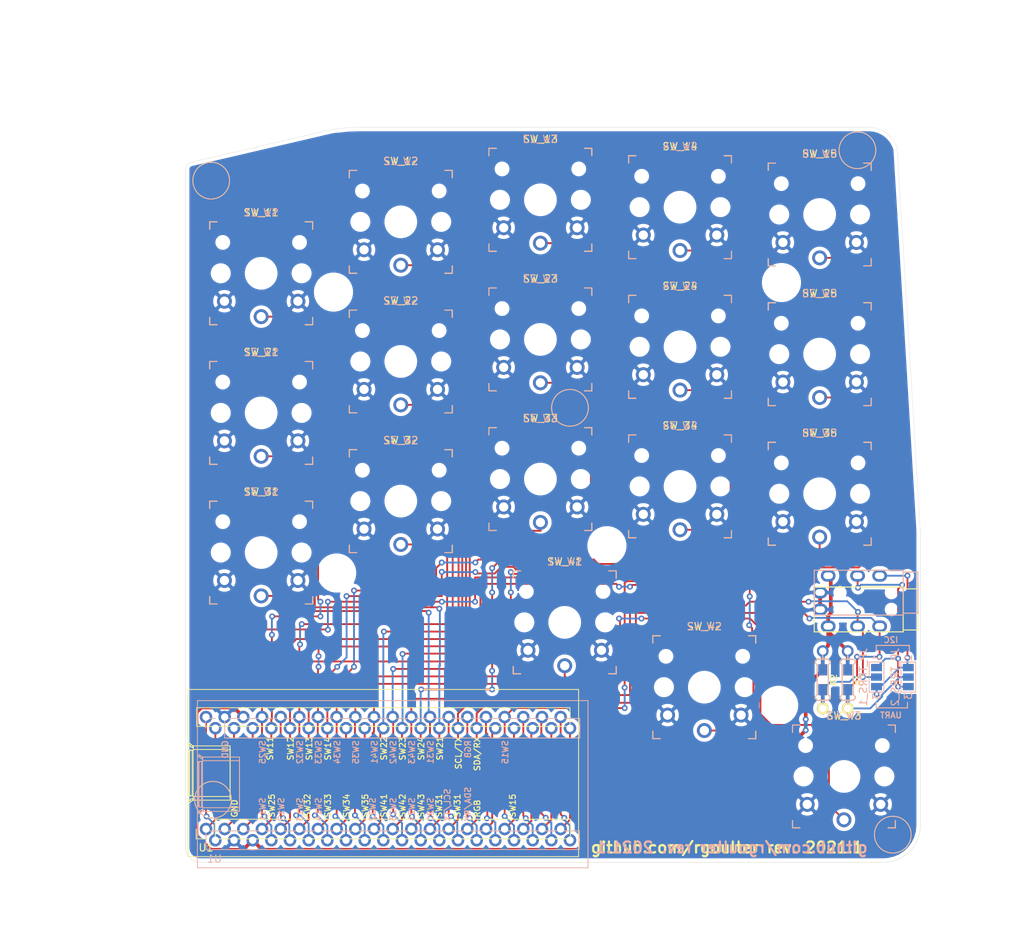
<source format=kicad_pcb>
(kicad_pcb (version 20171130) (host pcbnew "(5.1.8-0-10_14)")
  (title_block (title "Reversible Split Keyboard Half") (date 2021-02-21) (rev 2021.1) (company "Richard Goulter") (comment 3 "Smaller than 100mm x 100mm") (comment 4 "Switch footprints for Kailh PG1350 switches."))
  (layers (0 F.Cu signal) (31 B.Cu signal) (34 B.Paste user) (35 F.Paste user) (36 B.SilkS user) (37 F.SilkS user) (38 B.Mask user) (39 F.Mask user) (44 Edge.Cuts user))
  (net 0 "")
  (net 1 /3V3)
  (net 2 /SCL_TX)
  (net 3 /SW11)
  (net 4 /SW12)
  (net 5 /SW13)
  (net 6 /SW14)
  (net 7 /SW15)
  (net 8 /SW21)
  (net 9 /SW22)
  (net 10 /SW23)
  (net 11 /SW24)
  (net 12 /SW25)
  (net 13 /SW31)
  (net 14 /SW32)
  (net 15 /SW33)
  (net 16 /SW34)
  (net 17 /SW35)
  (net 18 /SW41)
  (net 19 /SW42)
  (net 20 /SW43)
  (net 21 "Net-(U1-Pad5V)")
  (net 22 "Net-(U1-Pad25)")
  (net 23 "Net-(U1-Pad46)")
  (net 24 "Net-(U1-Pad3)")
  (net 25 "Net-(U1-Pad2)")
  (net 26 "Net-(U1-Pad47)")
  (net 27 "Net-(U1-Pad1)")
  (net 28 "Net-(U1-Pad48)")
  (net 29 /GND)
  (net 30 "Net-(U1-Pad5V_5V)")
  (net 31 /SDA_RX)
  (net 32 "Net-(U1-Pad26)")
  (net 33 "Net-(U1-Pad27)")
  (net 34 "Net-(U1-Pad20)")
  (net 35 "Net-(U1-Pad32)")
  (net 36 "Net-(U1-Pad33)")
  (net 37 "Net-(U1-Pad11)")
  (net 38 "Net-(U1-Pad45)")
  (net 39 /SCL_TX_r)
  (net 40 /SDA_RX_r)
  (net 41 "Net-(U1-Pad7)")
  (net 42 "Net-(U1-Pad10)")
  (module keyswitches:SW_PG1350_reversible (layer F.Cu) (at 189.607 138.329685)
    (fp_text reference SW_43 (at 0 -8.255) (layer F.SilkS))
    (fp_text value SW_Push)
    (fp_text user %R (at 0 -8.255) (layer B.SilkS) (effects (justify mirror)))
    (pad "" np_thru_hole circle (at -5.5 0) (size 1.7018 1.7018) (drill 1.7018) (layers *.Cu *.Mask))
    (pad "" np_thru_hole circle (at 5.5 0) (size 1.7018 1.7018) (drill 1.7018) (layers *.Cu *.Mask))
    (pad "" np_thru_hole circle (at 5.22 -4.2) (size 0.9906 0.9906) (drill 0.9906) (layers *.Cu *.Mask))
    (pad 1 thru_hole circle (at 0 5.9) (size 2.032 2.032) (drill 1.27) (layers *.Cu *.Mask) (net 20 /SW43))
    (pad 2 thru_hole circle (at -5 3.8) (size 2.032 2.032) (drill 1.27) (layers *.Cu *.Mask) (net 29 /GND))
    (pad "" np_thru_hole circle (at 0 0) (size 3.429 3.429) (drill 3.429) (layers *.Cu *.Mask))
    (pad 2 thru_hole circle (at 5 3.8) (size 2.032 2.032) (drill 1.27) (layers *.Cu *.Mask) (net 29 /GND))
    (pad "" np_thru_hole circle (at -5.22 -4.2) (size 0.9906 0.9906) (drill 0.9906) (layers *.Cu *.Mask))
  )
  (module keyswitches:SW_PG1350_reversible (layer F.Cu) (at 170.607 126.181906)
    (fp_text reference SW_42 (at 0 -8.255) (layer F.SilkS))
    (fp_text value SW_Push)
    (fp_text user %R (at 0 -8.255) (layer B.SilkS) (effects (justify mirror)))
    (pad "" np_thru_hole circle (at -5.5 0) (size 1.7018 1.7018) (drill 1.7018) (layers *.Cu *.Mask))
    (pad "" np_thru_hole circle (at 5.5 0) (size 1.7018 1.7018) (drill 1.7018) (layers *.Cu *.Mask))
    (pad "" np_thru_hole circle (at 5.22 -4.2) (size 0.9906 0.9906) (drill 0.9906) (layers *.Cu *.Mask))
    (pad 1 thru_hole circle (at 0 5.9) (size 2.032 2.032) (drill 1.27) (layers *.Cu *.Mask) (net 19 /SW42))
    (pad 2 thru_hole circle (at -5 3.8) (size 2.032 2.032) (drill 1.27) (layers *.Cu *.Mask) (net 29 /GND))
    (pad "" np_thru_hole circle (at 0 0) (size 3.429 3.429) (drill 3.429) (layers *.Cu *.Mask))
    (pad 2 thru_hole circle (at 5 3.8) (size 2.032 2.032) (drill 1.27) (layers *.Cu *.Mask) (net 29 /GND))
    (pad "" np_thru_hole circle (at -5.22 -4.2) (size 0.9906 0.9906) (drill 0.9906) (layers *.Cu *.Mask))
  )
  (module keyswitches:SW_PG1350_reversible (layer F.Cu) (at 151.607 117.3615)
    (fp_text reference SW_41 (at 0 -8.255) (layer F.SilkS))
    (fp_text value SW_Push)
    (fp_text user %R (at 0 -8.255) (layer B.SilkS) (effects (justify mirror)))
    (pad "" np_thru_hole circle (at -5.5 0) (size 1.7018 1.7018) (drill 1.7018) (layers *.Cu *.Mask))
    (pad "" np_thru_hole circle (at 5.5 0) (size 1.7018 1.7018) (drill 1.7018) (layers *.Cu *.Mask))
    (pad "" np_thru_hole circle (at 5.22 -4.2) (size 0.9906 0.9906) (drill 0.9906) (layers *.Cu *.Mask))
    (pad 1 thru_hole circle (at 0 5.9) (size 2.032 2.032) (drill 1.27) (layers *.Cu *.Mask) (net 18 /SW41))
    (pad 2 thru_hole circle (at -5 3.8) (size 2.032 2.032) (drill 1.27) (layers *.Cu *.Mask) (net 29 /GND))
    (pad "" np_thru_hole circle (at 0 0) (size 3.429 3.429) (drill 3.429) (layers *.Cu *.Mask))
    (pad 2 thru_hole circle (at 5 3.8) (size 2.032 2.032) (drill 1.27) (layers *.Cu *.Mask) (net 29 /GND))
    (pad "" np_thru_hole circle (at -5.22 -4.2) (size 0.9906 0.9906) (drill 0.9906) (layers *.Cu *.Mask))
  )
  (module keyswitches:SW_PG1350_reversible (layer F.Cu) (at 186.3005 99.8615)
    (fp_text reference SW_35 (at 0 -8.255) (layer F.SilkS))
    (fp_text value SW_Push)
    (fp_text user %R (at 0 -8.255) (layer B.SilkS) (effects (justify mirror)))
    (pad "" np_thru_hole circle (at -5.5 0) (size 1.7018 1.7018) (drill 1.7018) (layers *.Cu *.Mask))
    (pad "" np_thru_hole circle (at 5.5 0) (size 1.7018 1.7018) (drill 1.7018) (layers *.Cu *.Mask))
    (pad "" np_thru_hole circle (at 5.22 -4.2) (size 0.9906 0.9906) (drill 0.9906) (layers *.Cu *.Mask))
    (pad 1 thru_hole circle (at 0 5.9) (size 2.032 2.032) (drill 1.27) (layers *.Cu *.Mask) (net 17 /SW35))
    (pad 2 thru_hole circle (at -5 3.8) (size 2.032 2.032) (drill 1.27) (layers *.Cu *.Mask) (net 29 /GND))
    (pad "" np_thru_hole circle (at 0 0) (size 3.429 3.429) (drill 3.429) (layers *.Cu *.Mask))
    (pad 2 thru_hole circle (at 5 3.8) (size 2.032 2.032) (drill 1.27) (layers *.Cu *.Mask) (net 29 /GND))
    (pad "" np_thru_hole circle (at -5.22 -4.2) (size 0.9906 0.9906) (drill 0.9906) (layers *.Cu *.Mask))
  )
  (module keyswitches:SW_PG1350_reversible (layer F.Cu) (at 167.3005 98.8615)
    (fp_text reference SW_34 (at 0 -8.255) (layer F.SilkS))
    (fp_text value SW_Push)
    (fp_text user %R (at 0 -8.255) (layer B.SilkS) (effects (justify mirror)))
    (pad "" np_thru_hole circle (at -5.5 0) (size 1.7018 1.7018) (drill 1.7018) (layers *.Cu *.Mask))
    (pad "" np_thru_hole circle (at 5.5 0) (size 1.7018 1.7018) (drill 1.7018) (layers *.Cu *.Mask))
    (pad "" np_thru_hole circle (at 5.22 -4.2) (size 0.9906 0.9906) (drill 0.9906) (layers *.Cu *.Mask))
    (pad 1 thru_hole circle (at 0 5.9) (size 2.032 2.032) (drill 1.27) (layers *.Cu *.Mask) (net 16 /SW34))
    (pad 2 thru_hole circle (at -5 3.8) (size 2.032 2.032) (drill 1.27) (layers *.Cu *.Mask) (net 29 /GND))
    (pad "" np_thru_hole circle (at 0 0) (size 3.429 3.429) (drill 3.429) (layers *.Cu *.Mask))
    (pad 2 thru_hole circle (at 5 3.8) (size 2.032 2.032) (drill 1.27) (layers *.Cu *.Mask) (net 29 /GND))
    (pad "" np_thru_hole circle (at -5.22 -4.2) (size 0.9906 0.9906) (drill 0.9906) (layers *.Cu *.Mask))
  )
  (module keyswitches:SW_PG1350_reversible (layer F.Cu) (at 148.3005 97.8615)
    (fp_text reference SW_33 (at 0 -8.255) (layer F.SilkS))
    (fp_text value SW_Push)
    (fp_text user %R (at 0 -8.255) (layer B.SilkS) (effects (justify mirror)))
    (pad "" np_thru_hole circle (at -5.5 0) (size 1.7018 1.7018) (drill 1.7018) (layers *.Cu *.Mask))
    (pad "" np_thru_hole circle (at 5.5 0) (size 1.7018 1.7018) (drill 1.7018) (layers *.Cu *.Mask))
    (pad "" np_thru_hole circle (at 5.22 -4.2) (size 0.9906 0.9906) (drill 0.9906) (layers *.Cu *.Mask))
    (pad 1 thru_hole circle (at 0 5.9) (size 2.032 2.032) (drill 1.27) (layers *.Cu *.Mask) (net 15 /SW33))
    (pad 2 thru_hole circle (at -5 3.8) (size 2.032 2.032) (drill 1.27) (layers *.Cu *.Mask) (net 29 /GND))
    (pad "" np_thru_hole circle (at 0 0) (size 3.429 3.429) (drill 3.429) (layers *.Cu *.Mask))
    (pad 2 thru_hole circle (at 5 3.8) (size 2.032 2.032) (drill 1.27) (layers *.Cu *.Mask) (net 29 /GND))
    (pad "" np_thru_hole circle (at -5.22 -4.2) (size 0.9906 0.9906) (drill 0.9906) (layers *.Cu *.Mask))
  )
  (module keyswitches:SW_PG1350_reversible (layer F.Cu) (at 129.3005 100.8615)
    (fp_text reference SW_32 (at 0 -8.255) (layer F.SilkS))
    (fp_text value SW_Push)
    (fp_text user %R (at 0 -8.255) (layer B.SilkS) (effects (justify mirror)))
    (pad "" np_thru_hole circle (at -5.5 0) (size 1.7018 1.7018) (drill 1.7018) (layers *.Cu *.Mask))
    (pad "" np_thru_hole circle (at 5.5 0) (size 1.7018 1.7018) (drill 1.7018) (layers *.Cu *.Mask))
    (pad "" np_thru_hole circle (at 5.22 -4.2) (size 0.9906 0.9906) (drill 0.9906) (layers *.Cu *.Mask))
    (pad 1 thru_hole circle (at 0 5.9) (size 2.032 2.032) (drill 1.27) (layers *.Cu *.Mask) (net 14 /SW32))
    (pad 2 thru_hole circle (at -5 3.8) (size 2.032 2.032) (drill 1.27) (layers *.Cu *.Mask) (net 29 /GND))
    (pad "" np_thru_hole circle (at 0 0) (size 3.429 3.429) (drill 3.429) (layers *.Cu *.Mask))
    (pad 2 thru_hole circle (at 5 3.8) (size 2.032 2.032) (drill 1.27) (layers *.Cu *.Mask) (net 29 /GND))
    (pad "" np_thru_hole circle (at -5.22 -4.2) (size 0.9906 0.9906) (drill 0.9906) (layers *.Cu *.Mask))
  )
  (module keyswitches:SW_PG1350_reversible (layer F.Cu) (at 110.3005 107.8615)
    (fp_text reference SW_31 (at 0 -8.255) (layer F.SilkS))
    (fp_text value SW_Push)
    (fp_text user %R (at 0 -8.255) (layer B.SilkS) (effects (justify mirror)))
    (pad "" np_thru_hole circle (at -5.5 0) (size 1.7018 1.7018) (drill 1.7018) (layers *.Cu *.Mask))
    (pad "" np_thru_hole circle (at 5.5 0) (size 1.7018 1.7018) (drill 1.7018) (layers *.Cu *.Mask))
    (pad "" np_thru_hole circle (at 5.22 -4.2) (size 0.9906 0.9906) (drill 0.9906) (layers *.Cu *.Mask))
    (pad 1 thru_hole circle (at 0 5.9) (size 2.032 2.032) (drill 1.27) (layers *.Cu *.Mask) (net 13 /SW31))
    (pad 2 thru_hole circle (at -5 3.8) (size 2.032 2.032) (drill 1.27) (layers *.Cu *.Mask) (net 29 /GND))
    (pad "" np_thru_hole circle (at 0 0) (size 3.429 3.429) (drill 3.429) (layers *.Cu *.Mask))
    (pad 2 thru_hole circle (at 5 3.8) (size 2.032 2.032) (drill 1.27) (layers *.Cu *.Mask) (net 29 /GND))
    (pad "" np_thru_hole circle (at -5.22 -4.2) (size 0.9906 0.9906) (drill 0.9906) (layers *.Cu *.Mask))
  )
  (module keyswitches:SW_PG1350_reversible (layer F.Cu) (at 186.3005 80.8615)
    (fp_text reference SW_25 (at 0 -8.255) (layer F.SilkS))
    (fp_text value SW_Push)
    (fp_text user %R (at 0 -8.255) (layer B.SilkS) (effects (justify mirror)))
    (pad "" np_thru_hole circle (at -5.5 0) (size 1.7018 1.7018) (drill 1.7018) (layers *.Cu *.Mask))
    (pad "" np_thru_hole circle (at 5.5 0) (size 1.7018 1.7018) (drill 1.7018) (layers *.Cu *.Mask))
    (pad "" np_thru_hole circle (at 5.22 -4.2) (size 0.9906 0.9906) (drill 0.9906) (layers *.Cu *.Mask))
    (pad 1 thru_hole circle (at 0 5.9) (size 2.032 2.032) (drill 1.27) (layers *.Cu *.Mask) (net 12 /SW25))
    (pad 2 thru_hole circle (at -5 3.8) (size 2.032 2.032) (drill 1.27) (layers *.Cu *.Mask) (net 29 /GND))
    (pad "" np_thru_hole circle (at 0 0) (size 3.429 3.429) (drill 3.429) (layers *.Cu *.Mask))
    (pad 2 thru_hole circle (at 5 3.8) (size 2.032 2.032) (drill 1.27) (layers *.Cu *.Mask) (net 29 /GND))
    (pad "" np_thru_hole circle (at -5.22 -4.2) (size 0.9906 0.9906) (drill 0.9906) (layers *.Cu *.Mask))
  )
  (module keyswitches:SW_PG1350_reversible (layer F.Cu) (at 167.3005 79.8615)
    (fp_text reference SW_24 (at 0 -8.255) (layer F.SilkS))
    (fp_text value SW_Push)
    (fp_text user %R (at 0 -8.255) (layer B.SilkS) (effects (justify mirror)))
    (pad "" np_thru_hole circle (at -5.5 0) (size 1.7018 1.7018) (drill 1.7018) (layers *.Cu *.Mask))
    (pad "" np_thru_hole circle (at 5.5 0) (size 1.7018 1.7018) (drill 1.7018) (layers *.Cu *.Mask))
    (pad "" np_thru_hole circle (at 5.22 -4.2) (size 0.9906 0.9906) (drill 0.9906) (layers *.Cu *.Mask))
    (pad 1 thru_hole circle (at 0 5.9) (size 2.032 2.032) (drill 1.27) (layers *.Cu *.Mask) (net 11 /SW24))
    (pad 2 thru_hole circle (at -5 3.8) (size 2.032 2.032) (drill 1.27) (layers *.Cu *.Mask) (net 29 /GND))
    (pad "" np_thru_hole circle (at 0 0) (size 3.429 3.429) (drill 3.429) (layers *.Cu *.Mask))
    (pad 2 thru_hole circle (at 5 3.8) (size 2.032 2.032) (drill 1.27) (layers *.Cu *.Mask) (net 29 /GND))
    (pad "" np_thru_hole circle (at -5.22 -4.2) (size 0.9906 0.9906) (drill 0.9906) (layers *.Cu *.Mask))
  )
  (module keyswitches:SW_PG1350_reversible (layer F.Cu) (at 148.3005 78.8615)
    (fp_text reference SW_23 (at 0 -8.255) (layer F.SilkS))
    (fp_text value SW_Push)
    (fp_text user %R (at 0 -8.255) (layer B.SilkS) (effects (justify mirror)))
    (pad "" np_thru_hole circle (at -5.5 0) (size 1.7018 1.7018) (drill 1.7018) (layers *.Cu *.Mask))
    (pad "" np_thru_hole circle (at 5.5 0) (size 1.7018 1.7018) (drill 1.7018) (layers *.Cu *.Mask))
    (pad "" np_thru_hole circle (at 5.22 -4.2) (size 0.9906 0.9906) (drill 0.9906) (layers *.Cu *.Mask))
    (pad 1 thru_hole circle (at 0 5.9) (size 2.032 2.032) (drill 1.27) (layers *.Cu *.Mask) (net 10 /SW23))
    (pad 2 thru_hole circle (at -5 3.8) (size 2.032 2.032) (drill 1.27) (layers *.Cu *.Mask) (net 29 /GND))
    (pad "" np_thru_hole circle (at 0 0) (size 3.429 3.429) (drill 3.429) (layers *.Cu *.Mask))
    (pad 2 thru_hole circle (at 5 3.8) (size 2.032 2.032) (drill 1.27) (layers *.Cu *.Mask) (net 29 /GND))
    (pad "" np_thru_hole circle (at -5.22 -4.2) (size 0.9906 0.9906) (drill 0.9906) (layers *.Cu *.Mask))
  )
  (module keyswitches:SW_PG1350_reversible (layer F.Cu) (at 129.3005 81.8615)
    (fp_text reference SW_22 (at 0 -8.255) (layer F.SilkS))
    (fp_text value SW_Push)
    (fp_text user %R (at 0 -8.255) (layer B.SilkS) (effects (justify mirror)))
    (pad "" np_thru_hole circle (at -5.5 0) (size 1.7018 1.7018) (drill 1.7018) (layers *.Cu *.Mask))
    (pad "" np_thru_hole circle (at 5.5 0) (size 1.7018 1.7018) (drill 1.7018) (layers *.Cu *.Mask))
    (pad "" np_thru_hole circle (at 5.22 -4.2) (size 0.9906 0.9906) (drill 0.9906) (layers *.Cu *.Mask))
    (pad 1 thru_hole circle (at 0 5.9) (size 2.032 2.032) (drill 1.27) (layers *.Cu *.Mask) (net 9 /SW22))
    (pad 2 thru_hole circle (at -5 3.8) (size 2.032 2.032) (drill 1.27) (layers *.Cu *.Mask) (net 29 /GND))
    (pad "" np_thru_hole circle (at 0 0) (size 3.429 3.429) (drill 3.429) (layers *.Cu *.Mask))
    (pad 2 thru_hole circle (at 5 3.8) (size 2.032 2.032) (drill 1.27) (layers *.Cu *.Mask) (net 29 /GND))
    (pad "" np_thru_hole circle (at -5.22 -4.2) (size 0.9906 0.9906) (drill 0.9906) (layers *.Cu *.Mask))
  )
  (module keyswitches:SW_PG1350_reversible (layer F.Cu) (at 110.3005 88.8615)
    (fp_text reference SW_21 (at 0 -8.255) (layer F.SilkS))
    (fp_text value SW_Push)
    (fp_text user %R (at 0 -8.255) (layer B.SilkS) (effects (justify mirror)))
    (pad "" np_thru_hole circle (at -5.5 0) (size 1.7018 1.7018) (drill 1.7018) (layers *.Cu *.Mask))
    (pad "" np_thru_hole circle (at 5.5 0) (size 1.7018 1.7018) (drill 1.7018) (layers *.Cu *.Mask))
    (pad "" np_thru_hole circle (at 5.22 -4.2) (size 0.9906 0.9906) (drill 0.9906) (layers *.Cu *.Mask))
    (pad 1 thru_hole circle (at 0 5.9) (size 2.032 2.032) (drill 1.27) (layers *.Cu *.Mask) (net 8 /SW21))
    (pad 2 thru_hole circle (at -5 3.8) (size 2.032 2.032) (drill 1.27) (layers *.Cu *.Mask) (net 29 /GND))
    (pad "" np_thru_hole circle (at 0 0) (size 3.429 3.429) (drill 3.429) (layers *.Cu *.Mask))
    (pad 2 thru_hole circle (at 5 3.8) (size 2.032 2.032) (drill 1.27) (layers *.Cu *.Mask) (net 29 /GND))
    (pad "" np_thru_hole circle (at -5.22 -4.2) (size 0.9906 0.9906) (drill 0.9906) (layers *.Cu *.Mask))
  )
  (module keyswitches:SW_PG1350_reversible (layer F.Cu) (at 186.3005 61.8615)
    (fp_text reference SW_15 (at 0 -8.255) (layer F.SilkS))
    (fp_text value SW_Push)
    (fp_text user %R (at 0 -8.255) (layer B.SilkS) (effects (justify mirror)))
    (pad "" np_thru_hole circle (at -5.5 0) (size 1.7018 1.7018) (drill 1.7018) (layers *.Cu *.Mask))
    (pad "" np_thru_hole circle (at 5.5 0) (size 1.7018 1.7018) (drill 1.7018) (layers *.Cu *.Mask))
    (pad "" np_thru_hole circle (at 5.22 -4.2) (size 0.9906 0.9906) (drill 0.9906) (layers *.Cu *.Mask))
    (pad 1 thru_hole circle (at 0 5.9) (size 2.032 2.032) (drill 1.27) (layers *.Cu *.Mask) (net 7 /SW15))
    (pad 2 thru_hole circle (at -5 3.8) (size 2.032 2.032) (drill 1.27) (layers *.Cu *.Mask) (net 29 /GND))
    (pad "" np_thru_hole circle (at 0 0) (size 3.429 3.429) (drill 3.429) (layers *.Cu *.Mask))
    (pad 2 thru_hole circle (at 5 3.8) (size 2.032 2.032) (drill 1.27) (layers *.Cu *.Mask) (net 29 /GND))
    (pad "" np_thru_hole circle (at -5.22 -4.2) (size 0.9906 0.9906) (drill 0.9906) (layers *.Cu *.Mask))
  )
  (module keyswitches:SW_PG1350_reversible (layer F.Cu) (at 167.3005 60.8615)
    (fp_text reference SW_14 (at 0 -8.255) (layer F.SilkS))
    (fp_text value SW_Push)
    (fp_text user %R (at 0 -8.255) (layer B.SilkS) (effects (justify mirror)))
    (pad "" np_thru_hole circle (at -5.5 0) (size 1.7018 1.7018) (drill 1.7018) (layers *.Cu *.Mask))
    (pad "" np_thru_hole circle (at 5.5 0) (size 1.7018 1.7018) (drill 1.7018) (layers *.Cu *.Mask))
    (pad "" np_thru_hole circle (at 5.22 -4.2) (size 0.9906 0.9906) (drill 0.9906) (layers *.Cu *.Mask))
    (pad 1 thru_hole circle (at 0 5.9) (size 2.032 2.032) (drill 1.27) (layers *.Cu *.Mask) (net 6 /SW14))
    (pad 2 thru_hole circle (at -5 3.8) (size 2.032 2.032) (drill 1.27) (layers *.Cu *.Mask) (net 29 /GND))
    (pad "" np_thru_hole circle (at 0 0) (size 3.429 3.429) (drill 3.429) (layers *.Cu *.Mask))
    (pad 2 thru_hole circle (at 5 3.8) (size 2.032 2.032) (drill 1.27) (layers *.Cu *.Mask) (net 29 /GND))
    (pad "" np_thru_hole circle (at -5.22 -4.2) (size 0.9906 0.9906) (drill 0.9906) (layers *.Cu *.Mask))
  )
  (module keyswitches:SW_PG1350_reversible (layer F.Cu) (at 148.3005 59.8615)
    (fp_text reference SW_13 (at 0 -8.255) (layer F.SilkS))
    (fp_text value SW_Push)
    (fp_text user %R (at 0 -8.255) (layer B.SilkS) (effects (justify mirror)))
    (pad "" np_thru_hole circle (at -5.5 0) (size 1.7018 1.7018) (drill 1.7018) (layers *.Cu *.Mask))
    (pad "" np_thru_hole circle (at 5.5 0) (size 1.7018 1.7018) (drill 1.7018) (layers *.Cu *.Mask))
    (pad "" np_thru_hole circle (at 5.22 -4.2) (size 0.9906 0.9906) (drill 0.9906) (layers *.Cu *.Mask))
    (pad 1 thru_hole circle (at 0 5.9) (size 2.032 2.032) (drill 1.27) (layers *.Cu *.Mask) (net 5 /SW13))
    (pad 2 thru_hole circle (at -5 3.8) (size 2.032 2.032) (drill 1.27) (layers *.Cu *.Mask) (net 29 /GND))
    (pad "" np_thru_hole circle (at 0 0) (size 3.429 3.429) (drill 3.429) (layers *.Cu *.Mask))
    (pad 2 thru_hole circle (at 5 3.8) (size 2.032 2.032) (drill 1.27) (layers *.Cu *.Mask) (net 29 /GND))
    (pad "" np_thru_hole circle (at -5.22 -4.2) (size 0.9906 0.9906) (drill 0.9906) (layers *.Cu *.Mask))
  )
  (module keyswitches:SW_PG1350_reversible (layer F.Cu) (at 129.3005 62.8615)
    (fp_text reference SW_12 (at 0 -8.255) (layer F.SilkS))
    (fp_text value SW_Push)
    (fp_text user %R (at 0 -8.255) (layer B.SilkS) (effects (justify mirror)))
    (pad "" np_thru_hole circle (at -5.5 0) (size 1.7018 1.7018) (drill 1.7018) (layers *.Cu *.Mask))
    (pad "" np_thru_hole circle (at 5.5 0) (size 1.7018 1.7018) (drill 1.7018) (layers *.Cu *.Mask))
    (pad "" np_thru_hole circle (at 5.22 -4.2) (size 0.9906 0.9906) (drill 0.9906) (layers *.Cu *.Mask))
    (pad 1 thru_hole circle (at 0 5.9) (size 2.032 2.032) (drill 1.27) (layers *.Cu *.Mask) (net 4 /SW12))
    (pad 2 thru_hole circle (at -5 3.8) (size 2.032 2.032) (drill 1.27) (layers *.Cu *.Mask) (net 29 /GND))
    (pad "" np_thru_hole circle (at 0 0) (size 3.429 3.429) (drill 3.429) (layers *.Cu *.Mask))
    (pad 2 thru_hole circle (at 5 3.8) (size 2.032 2.032) (drill 1.27) (layers *.Cu *.Mask) (net 29 /GND))
    (pad "" np_thru_hole circle (at -5.22 -4.2) (size 0.9906 0.9906) (drill 0.9906) (layers *.Cu *.Mask))
  )
  (module keyswitches:SW_PG1350_reversible (layer F.Cu) (at 110.3005 69.8615)
    (fp_text reference SW_11 (at 0 -8.255) (layer F.SilkS))
    (fp_text value SW_Push)
    (fp_text user %R (at 0 -8.255) (layer B.SilkS) (effects (justify mirror)))
    (pad "" np_thru_hole circle (at -5.5 0) (size 1.7018 1.7018) (drill 1.7018) (layers *.Cu *.Mask))
    (pad "" np_thru_hole circle (at 5.5 0) (size 1.7018 1.7018) (drill 1.7018) (layers *.Cu *.Mask))
    (pad "" np_thru_hole circle (at 5.22 -4.2) (size 0.9906 0.9906) (drill 0.9906) (layers *.Cu *.Mask))
    (pad 1 thru_hole circle (at 0 5.9) (size 2.032 2.032) (drill 1.27) (layers *.Cu *.Mask) (net 3 /SW11))
    (pad 2 thru_hole circle (at -5 3.8) (size 2.032 2.032) (drill 1.27) (layers *.Cu *.Mask) (net 29 /GND))
    (pad "" np_thru_hole circle (at 0 0) (size 3.429 3.429) (drill 3.429) (layers *.Cu *.Mask))
    (pad 2 thru_hole circle (at 5 3.8) (size 2.032 2.032) (drill 1.27) (layers *.Cu *.Mask) (net 29 /GND))
    (pad "" np_thru_hole circle (at -5.22 -4.2) (size 0.9906 0.9906) (drill 0.9906) (layers *.Cu *.Mask))
  )
  (module ProjectLocal:WeAct_MiniF4_ZigZag (layer F.Cu) (at 102.794 145.484 90)
    (fp_text reference U1 (at -2.54 0) (layer F.SilkS))
    (fp_text value MiniF4 hide)
    (fp_text user %R (at -4.06146 1.14554) (layer B.SilkS) (effects (justify mirror)))
    (pad 5V thru_hole circle (at -1.52146 1.27254 270) (size 1.7 1.7) (drill 1) (layers *.Cu *.Mask) (net 21 "Net-(U1-Pad5V)"))
    (pad 25 thru_hole circle (at 13.71854 1.27254 270) (size 1.7 1.7) (drill 1) (layers *.Cu *.Mask) (net 22 "Net-(U1-Pad25)"))
    (pad 23 thru_hole circle (at -1.52146 3.81254 270) (size 1.7 1.7) (drill 1) (layers *.Cu *.Mask) (net 29 /GND))
    (pad 26 thru_hole circle (at 13.71854 3.81254 270) (size 1.7 1.7) (drill 1) (layers *.Cu *.Mask) (net 32 "Net-(U1-Pad26)"))
    (pad 24 thru_hole circle (at -1.52146 6.35254 270) (size 1.7 1.7) (drill 1) (layers *.Cu *.Mask) (net 1 /3V3))
    (pad 27 thru_hole circle (at 13.71854 6.35254 270) (size 1.7 1.7) (drill 1) (layers *.Cu *.Mask) (net 33 "Net-(U1-Pad27)"))
    (pad 21 thru_hole circle (at -1.52146 8.89254 270) (size 1.7 1.7) (drill 1) (layers *.Cu *.Mask) (net 12 /SW25))
    (pad 28 thru_hole circle (at 13.71854 8.89254 270) (size 1.7 1.7) (drill 1) (layers *.Cu *.Mask) (net 3 /SW11))
    (pad 20 thru_hole circle (at -1.52146 11.43254 270) (size 1.7 1.7) (drill 1) (layers *.Cu *.Mask) (net 34 "Net-(U1-Pad20)"))
    (pad 29 thru_hole circle (at 13.71854 11.43254 270) (size 1.7 1.7) (drill 1) (layers *.Cu *.Mask) (net 4 /SW12))
    (pad 19 thru_hole circle (at -1.52146 13.97254 270) (size 1.7 1.7) (drill 1) (layers *.Cu *.Mask) (net 14 /SW32))
    (pad 30 thru_hole circle (at 13.71854 13.97254 270) (size 1.7 1.7) (drill 1) (layers *.Cu *.Mask) (net 5 /SW13))
    (pad 18 thru_hole circle (at -1.52146 16.51254 270) (size 1.7 1.7) (drill 1) (layers *.Cu *.Mask) (net 15 /SW33))
    (pad 31 thru_hole circle (at 13.71854 16.51254 270) (size 1.7 1.7) (drill 1) (layers *.Cu *.Mask) (net 6 /SW14))
    (pad 17 thru_hole circle (at -1.52146 19.05254 270) (size 1.7 1.7) (drill 1) (layers *.Cu *.Mask) (net 16 /SW34))
    (pad 32 thru_hole circle (at 13.71854 19.05254 270) (size 1.7 1.7) (drill 1) (layers *.Cu *.Mask) (net 35 "Net-(U1-Pad32)"))
    (pad 16 thru_hole circle (at -1.52146 21.59254 270) (size 1.7 1.7) (drill 1) (layers *.Cu *.Mask) (net 17 /SW35))
    (pad 33 thru_hole circle (at 13.71854 21.59254 270) (size 1.7 1.7) (drill 1) (layers *.Cu *.Mask) (net 36 "Net-(U1-Pad33)"))
    (pad 15 thru_hole circle (at -1.52146 24.13254 270) (size 1.7 1.7) (drill 1) (layers *.Cu *.Mask) (net 18 /SW41))
    (pad 38 thru_hole circle (at 13.71854 24.13254 270) (size 1.7 1.7) (drill 1) (layers *.Cu *.Mask) (net 9 /SW22))
    (pad 14 thru_hole circle (at -1.52146 26.67254 270) (size 1.7 1.7) (drill 1) (layers *.Cu *.Mask) (net 19 /SW42))
    (pad 39 thru_hole circle (at 13.71854 26.67254 270) (size 1.7 1.7) (drill 1) (layers *.Cu *.Mask) (net 10 /SW23))
    (pad 13 thru_hole circle (at -1.52146 29.21254 270) (size 1.7 1.7) (drill 1) (layers *.Cu *.Mask) (net 20 /SW43))
    (pad 40 thru_hole circle (at 13.71854 29.21254 270) (size 1.7 1.7) (drill 1) (layers *.Cu *.Mask) (net 11 /SW24))
    (pad 12 thru_hole circle (at -1.52146 31.75254 270) (size 1.7 1.7) (drill 1) (layers *.Cu *.Mask) (net 13 /SW31))
    (pad 41 thru_hole circle (at 13.71854 31.75254 270) (size 1.7 1.7) (drill 1) (layers *.Cu *.Mask) (net 8 /SW21))
    (pad 11 thru_hole circle (at -1.52146 34.29254 270) (size 1.7 1.7) (drill 1) (layers *.Cu *.Mask) (net 37 "Net-(U1-Pad11)"))
    (pad 42 thru_hole circle (at 13.71854 34.29254 270) (size 1.7 1.7) (drill 1) (layers *.Cu *.Mask) (net 2 /SCL_TX))
    (pad 10 thru_hole circle (at -1.52146 36.83254 270) (size 1.7 1.7) (drill 1) (layers *.Cu *.Mask) (net 42 "Net-(U1-Pad10)"))
    (pad 43 thru_hole circle (at 13.71854 36.83254 270) (size 1.7 1.7) (drill 1) (layers *.Cu *.Mask) (net 31 /SDA_RX))
    (pad 7 thru_hole circle (at -1.52146 39.37254 270) (size 1.7 1.7) (drill 1) (layers *.Cu *.Mask) (net 41 "Net-(U1-Pad7)"))
    (pad 45 thru_hole circle (at 13.71854 39.37254 270) (size 1.7 1.7) (drill 1) (layers *.Cu *.Mask) (net 38 "Net-(U1-Pad45)"))
    (pad 4 thru_hole circle (at -1.52146 41.91254 270) (size 1.7 1.7) (drill 1) (layers *.Cu *.Mask) (net 7 /SW15))
    (pad 46 thru_hole circle (at 13.71854 41.91254 270) (size 1.7 1.7) (drill 1) (layers *.Cu *.Mask) (net 23 "Net-(U1-Pad46)"))
    (pad 3 thru_hole circle (at -1.52146 44.45254 270) (size 1.7 1.7) (drill 1) (layers *.Cu *.Mask) (net 24 "Net-(U1-Pad3)"))
    (pad 5V_5V thru_hole circle (at 13.71854 44.45254 270) (size 1.7 1.7) (drill 1) (layers *.Cu *.Mask) (net 30 "Net-(U1-Pad5V_5V)"))
    (pad 2 thru_hole circle (at -1.52146 46.99254 270) (size 1.7 1.7) (drill 1) (layers *.Cu *.Mask) (net 25 "Net-(U1-Pad2)"))
    (pad 47 thru_hole circle (at 13.71854 46.99254 270) (size 1.7 1.7) (drill 1) (layers *.Cu *.Mask) (net 26 "Net-(U1-Pad47)"))
    (pad 1 thru_hole circle (at -1.52146 49.53254 270) (size 1.7 1.7) (drill 1) (layers *.Cu *.Mask) (net 27 "Net-(U1-Pad1)"))
    (pad 48 thru_hole circle (at 13.71854 49.53254 270) (size 1.7 1.7) (drill 1) (layers *.Cu *.Mask) (net 28 "Net-(U1-Pad48)"))
    (pad 5V thru_hole circle (at 15.24 0 90) (size 1.7 1.7) (drill 1) (layers *.Cu *.Mask) (net 21 "Net-(U1-Pad5V)"))
    (pad 25 thru_hole circle (at 0 0 90) (size 1.7 1.7) (drill 1) (layers *.Cu *.Mask) (net 22 "Net-(U1-Pad25)"))
    (pad 23 thru_hole circle (at 15.24 2.54 90) (size 1.7 1.7) (drill 1) (layers *.Cu *.Mask) (net 29 /GND))
    (pad 26 thru_hole circle (at 0 2.54 90) (size 1.7 1.7) (drill 1) (layers *.Cu *.Mask) (net 32 "Net-(U1-Pad26)"))
    (pad 24 thru_hole circle (at 15.24 5.08 90) (size 1.7 1.7) (drill 1) (layers *.Cu *.Mask) (net 1 /3V3))
    (pad 27 thru_hole circle (at 0 5.08 90) (size 1.7 1.7) (drill 1) (layers *.Cu *.Mask) (net 33 "Net-(U1-Pad27)"))
    (pad 21 thru_hole circle (at 15.24 7.62 90) (size 1.7 1.7) (drill 1) (layers *.Cu *.Mask) (net 12 /SW25))
    (pad 28 thru_hole circle (at 0 7.62 90) (size 1.7 1.7) (drill 1) (layers *.Cu *.Mask) (net 3 /SW11))
    (pad 20 thru_hole circle (at 15.24 10.16 90) (size 1.7 1.7) (drill 1) (layers *.Cu *.Mask) (net 34 "Net-(U1-Pad20)"))
    (pad 29 thru_hole circle (at 0 10.16 90) (size 1.7 1.7) (drill 1) (layers *.Cu *.Mask) (net 4 /SW12))
    (pad 19 thru_hole circle (at 15.24 12.7 90) (size 1.7 1.7) (drill 1) (layers *.Cu *.Mask) (net 14 /SW32))
    (pad 30 thru_hole circle (at 0 12.7 90) (size 1.7 1.7) (drill 1) (layers *.Cu *.Mask) (net 5 /SW13))
    (pad 18 thru_hole circle (at 15.24 15.24 90) (size 1.7 1.7) (drill 1) (layers *.Cu *.Mask) (net 15 /SW33))
    (pad 31 thru_hole circle (at 0 15.24 90) (size 1.7 1.7) (drill 1) (layers *.Cu *.Mask) (net 6 /SW14))
    (pad 17 thru_hole circle (at 15.24 17.78 90) (size 1.7 1.7) (drill 1) (layers *.Cu *.Mask) (net 16 /SW34))
    (pad 32 thru_hole circle (at 0 17.78 90) (size 1.7 1.7) (drill 1) (layers *.Cu *.Mask) (net 35 "Net-(U1-Pad32)"))
    (pad 16 thru_hole circle (at 15.24 20.32 90) (size 1.7 1.7) (drill 1) (layers *.Cu *.Mask) (net 17 /SW35))
    (pad 33 thru_hole circle (at 0 20.32 90) (size 1.7 1.7) (drill 1) (layers *.Cu *.Mask) (net 36 "Net-(U1-Pad33)"))
    (pad 15 thru_hole circle (at 15.24 22.86 90) (size 1.7 1.7) (drill 1) (layers *.Cu *.Mask) (net 18 /SW41))
    (pad 38 thru_hole circle (at 0 22.86 90) (size 1.7 1.7) (drill 1) (layers *.Cu *.Mask) (net 9 /SW22))
    (pad 14 thru_hole circle (at 15.24 25.4 90) (size 1.7 1.7) (drill 1) (layers *.Cu *.Mask) (net 19 /SW42))
    (pad 39 thru_hole circle (at 0 25.4 90) (size 1.7 1.7) (drill 1) (layers *.Cu *.Mask) (net 10 /SW23))
    (pad 13 thru_hole circle (at 15.24 27.94 90) (size 1.7 1.7) (drill 1) (layers *.Cu *.Mask) (net 20 /SW43))
    (pad 40 thru_hole circle (at 0 27.94 90) (size 1.7 1.7) (drill 1) (layers *.Cu *.Mask) (net 11 /SW24))
    (pad 12 thru_hole circle (at 15.24 30.48 90) (size 1.7 1.7) (drill 1) (layers *.Cu *.Mask) (net 13 /SW31))
    (pad 41 thru_hole circle (at 0 30.48 90) (size 1.7 1.7) (drill 1) (layers *.Cu *.Mask) (net 8 /SW21))
    (pad 11 thru_hole circle (at 15.24 33.02 90) (size 1.7 1.7) (drill 1) (layers *.Cu *.Mask) (net 37 "Net-(U1-Pad11)"))
    (pad 42 thru_hole circle (at 0 33.02 90) (size 1.7 1.7) (drill 1) (layers *.Cu *.Mask) (net 2 /SCL_TX))
    (pad 10 thru_hole circle (at 15.24 35.56 90) (size 1.7 1.7) (drill 1) (layers *.Cu *.Mask) (net 42 "Net-(U1-Pad10)"))
    (pad 43 thru_hole circle (at 0 35.56 90) (size 1.7 1.7) (drill 1) (layers *.Cu *.Mask) (net 31 /SDA_RX))
    (pad 7 thru_hole circle (at 15.24 38.1 90) (size 1.7 1.7) (drill 1) (layers *.Cu *.Mask) (net 41 "Net-(U1-Pad7)"))
    (pad 45 thru_hole circle (at 0 38.1 90) (size 1.7 1.7) (drill 1) (layers *.Cu *.Mask) (net 38 "Net-(U1-Pad45)"))
    (pad 4 thru_hole circle (at 15.24 40.64 90) (size 1.7 1.7) (drill 1) (layers *.Cu *.Mask) (net 7 /SW15))
    (pad 46 thru_hole circle (at 0 40.64 90) (size 1.7 1.7) (drill 1) (layers *.Cu *.Mask) (net 23 "Net-(U1-Pad46)"))
    (pad 3 thru_hole circle (at 15.24 43.18 90) (size 1.7 1.7) (drill 1) (layers *.Cu *.Mask) (net 24 "Net-(U1-Pad3)"))
    (pad 5V_5V thru_hole circle (at 0 43.18 90) (size 1.7 1.7) (drill 1) (layers *.Cu *.Mask) (net 30 "Net-(U1-Pad5V_5V)"))
    (pad 2 thru_hole circle (at 15.24 45.72 90) (size 1.7 1.7) (drill 1) (layers *.Cu *.Mask) (net 25 "Net-(U1-Pad2)"))
    (pad 47 thru_hole circle (at 0 45.72 90) (size 1.7 1.7) (drill 1) (layers *.Cu *.Mask) (net 26 "Net-(U1-Pad47)"))
    (pad 1 thru_hole circle (at 15.24 48.26 90) (size 1.7 1.7) (drill 1) (layers *.Cu *.Mask) (net 27 "Net-(U1-Pad1)"))
    (pad 48 thru_hole circle (at 0 48.26 90) (size 1.7 1.7) (drill 1) (layers *.Cu *.Mask) (net 28 "Net-(U1-Pad48)"))
  )
  (module ProjectLocal:Resistor-Hybrid (layer F.Cu) (at 186.721 125.171 90)
    (fp_text reference R2 (at -0.0254 1.5 90) (layer F.SilkS) (effects (font (size 0.8 0.8))))
    (fp_text value "2.2k - 10k" hide)
    (pad 1 smd rect (at 2.5 0 90) (size 2.9 0.5) (layers F.Cu) (net 1 /3V3))
    (pad 2 smd rect (at -2.5 0 90) (size 2.9 0.5) (layers F.Cu) (net 2 /SCL_TX))
    (pad 1 thru_hole circle (at 3.9 0 90) (size 1.6 1.6) (drill 1) (layers *.Cu *.Mask) (net 1 /3V3))
    (pad 2 thru_hole circle (at -3.9 0 90) (size 1.6 1.6) (drill 1) (layers *.Cu *.Mask F.SilkS) (net 2 /SCL_TX))
    (pad 2 smd rect (at -1.35 0 90) (size 1.5 1.2) (layers F.Cu F.Paste F.Mask) (net 2 /SCL_TX))
    (pad 1 smd rect (at 1.35 0 90) (size 1.5 1.2) (layers F.Cu F.Paste F.Mask) (net 1 /3V3))
    (pad 1 smd rect (at 2.5 0 90) (size 2.9 0.5) (layers B.Cu) (net 1 /3V3))
    (pad 1 smd rect (at 1.35 0 90) (size 1.5 1.2) (layers B.Cu B.Paste B.Mask) (net 1 /3V3))
    (pad 2 smd rect (at -1.35 0 90) (size 1.5 1.2) (layers B.Cu B.Paste B.Mask) (net 2 /SCL_TX))
    (pad 2 smd rect (at -2.5 0 90) (size 2.9 0.5) (layers B.Cu) (net 2 /SCL_TX))
  )
  (module ProjectLocal:Resistor-Hybrid (layer F.Cu) (at 190.119 125.171 90)
    (fp_text reference R1 (at -0.0254 1.5 90) (layer F.SilkS) (effects (font (size 0.8 0.8))))
    (fp_text value "2.2k - 10k" hide)
    (pad 1 smd rect (at 2.5 0 90) (size 2.9 0.5) (layers F.Cu) (net 1 /3V3))
    (pad 2 smd rect (at -2.5 0 90) (size 2.9 0.5) (layers F.Cu) (net 31 /SDA_RX))
    (pad 1 thru_hole circle (at 3.9 0 90) (size 1.6 1.6) (drill 1) (layers *.Cu *.Mask) (net 1 /3V3))
    (pad 2 thru_hole circle (at -3.9 0 90) (size 1.6 1.6) (drill 1) (layers *.Cu *.Mask F.SilkS) (net 31 /SDA_RX))
    (pad 2 smd rect (at -1.35 0 90) (size 1.5 1.2) (layers F.Cu F.Paste F.Mask) (net 31 /SDA_RX))
    (pad 1 smd rect (at 1.35 0 90) (size 1.5 1.2) (layers F.Cu F.Paste F.Mask) (net 1 /3V3))
    (pad 1 smd rect (at 2.5 0 90) (size 2.9 0.5) (layers B.Cu) (net 1 /3V3))
    (pad 1 smd rect (at 1.35 0 90) (size 1.5 1.2) (layers B.Cu B.Paste B.Mask) (net 1 /3V3))
    (pad 2 smd rect (at -1.35 0 90) (size 1.5 1.2) (layers B.Cu B.Paste B.Mask) (net 31 /SDA_RX))
    (pad 2 smd rect (at -2.5 0 90) (size 2.9 0.5) (layers B.Cu) (net 31 /SDA_RX))
  )
  (module ProjectLocal:H_M2_Spacer_Hole (layer F.Cu) (at 157.353 106.934)
    (fp_text reference H10 hide)
    (fp_text value MountingHole)
    (pad "" np_thru_hole circle (at 0 0) (size 4.3 4.3) (drill 4.3) (layers *.Cu *.Mask))
  )
  (module ProjectLocal:H_M2_Spacer_Hole (layer F.Cu) (at 180.721 128.651)
    (fp_text reference H9 hide)
    (fp_text value MountingHole)
    (pad "" np_thru_hole circle (at 0 0) (size 4.3 4.3) (drill 4.3) (layers *.Cu *.Mask))
  )
  (module ProjectLocal:H_M2_Spacer_Hole (layer F.Cu) (at 120.574 110.648)
    (fp_text reference H8 hide)
    (fp_text value MountingHole)
    (pad "" np_thru_hole circle (at 0 0) (size 4.3 4.3) (drill 4.3) (layers *.Cu *.Mask))
  )
  (module ProjectLocal:H_M2_Spacer_Hole (layer F.Cu) (at 181.102 71.12)
    (fp_text reference H7 hide)
    (fp_text value MountingHole)
    (pad "" np_thru_hole circle (at 0 0) (size 4.3 4.3) (drill 4.3) (layers *.Cu *.Mask))
  )
  (module ProjectLocal:H_M2_Spacer_Hole (layer F.Cu) (at 120.142 72.421)
    (fp_text reference H6 hide)
    (fp_text value MountingHole)
    (pad "" np_thru_hole circle (at 0 0) (size 4.3 4.3) (drill 4.3) (layers *.Cu *.Mask))
  )
  (module ProjectLocal:Bumpon_3M_F0502 (layer F.Cu) (at 196.25 146.25)
    (fp_text reference H5 hide)
    (fp_text value MountingHole)
  )
  (module ProjectLocal:Bumpon_3M_F0502 (layer F.Cu) (at 152.324 88.169)
    (fp_text reference H4 hide)
    (fp_text value MountingHole)
  )
  (module ProjectLocal:Bumpon_3M_F0502 (layer F.Cu) (at 191.44 53.117)
    (fp_text reference H3 hide)
    (fp_text value MountingHole)
  )
  (module ProjectLocal:Bumpon_3M_F0502 (layer F.Cu) (at 103.75 141.5)
    (fp_text reference H2 hide)
    (fp_text value MountingHole)
  )
  (module ProjectLocal:Bumpon_3M_F0502 (layer F.Cu) (at 103.5 57.25)
    (fp_text reference H1 hide)
    (fp_text value MountingHole)
  )
  (module Keebio-Parts:TRRS-PJ-320A (layer B.Cu) (at 197.663 113.315 90)
    (fp_text reference J_r_1)
    (fp_text value TRRS)
    (pad 1 thru_hole oval (at -2.3 -11.3 90) (size 1.6 2) (drill oval 0.9 1.3) (layers *.Cu *.Mask) (net 29 /GND))
    (pad 2 thru_hole oval (at 2.3 -10.2 90) (size 1.6 2) (drill oval 0.9 1.3) (layers *.Cu *.Mask) (net 1 /3V3))
    (pad 4 thru_hole oval (at 2.3 -3.2 90) (size 1.6 2) (drill oval 0.9 1.3) (layers *.Cu *.Mask) (net 40 /SDA_RX_r))
    (pad "" np_thru_hole circle (at 0 -8.6 90) (size 0.8 0.8) (drill 0.8) (layers *.Cu *.Mask))
    (pad "" np_thru_hole circle (at 0 -1.6 90) (size 0.8 0.8) (drill 0.8) (layers *.Cu *.Mask))
    (pad 3 thru_hole oval (at 2.3 -6.2 90) (size 1.6 2) (drill oval 0.9 1.3) (layers *.Cu *.Mask) (net 39 /SCL_TX_r))
  )
  (module Keebio-Parts:TRRS-PJ-320A (layer F.Cu) (at 197.663 115.601 270)
    (fp_text reference J1)
    (fp_text value TRRS)
    (pad 1 thru_hole oval (at -2.3 11.3 270) (size 1.6 2) (drill oval 0.9 1.3) (layers *.Cu *.Mask) (net 29 /GND))
    (pad 2 thru_hole oval (at 2.3 10.2 270) (size 1.6 2) (drill oval 0.9 1.3) (layers *.Cu *.Mask) (net 1 /3V3))
    (pad 4 thru_hole oval (at 2.3 3.2 270) (size 1.6 2) (drill oval 0.9 1.3) (layers *.Cu *.Mask) (net 31 /SDA_RX))
    (pad "" np_thru_hole circle (at 0 8.6 270) (size 0.8 0.8) (drill 0.8) (layers *.Cu *.Mask))
    (pad "" np_thru_hole circle (at 0 1.6 270) (size 0.8 0.8) (drill 0.8) (layers *.Cu *.Mask))
    (pad 3 thru_hole oval (at 2.3 6.2 270) (size 1.6 2) (drill oval 0.9 1.3) (layers *.Cu *.Mask) (net 2 /SCL_TX))
  )
  (module Jumper:SolderJumper-3_P1.3mm_Open_Pad1.0x1.5mm_NumberLabels (layer B.Cu) (at 198.3615 124.8085 270)
    (fp_text reference JP_TRRS_2 (at 0 1.8 270) (layer B.SilkS) (effects (justify mirror)))
    (fp_text value SolderJumper_3_Open)
    (fp_text user 1 (at -2.6 0 270) (layer B.SilkS) (effects (justify mirror)))
    (fp_text user 3 (at 2.6 0 270) (layer B.SilkS) (effects (justify mirror)))
    (pad 1 smd rect (at -1.3 0 270) (size 1 1.5) (layers B.Cu B.Mask) (net 40 /SDA_RX_r))
    (pad 2 smd rect (at 0 0 270) (size 1 1.5) (layers B.Cu B.Mask) (net 31 /SDA_RX))
    (pad 3 smd rect (at 1.3 0 270) (size 1 1.5) (layers B.Cu B.Mask) (net 39 /SCL_TX_r))
  )
  (module Jumper:SolderJumper-3_P1.3mm_Open_Pad1.0x1.5mm_NumberLabels (layer B.Cu) (at 194.0435 124.8085 270)
    (fp_text reference JP_TRRS_1 (at 0 1.8 270) (layer B.SilkS) (effects (justify mirror)))
    (fp_text value SolderJumper_3_Open)
    (fp_text user 1 (at -2.6 0 270) (layer B.SilkS) (effects (justify mirror)))
    (fp_text user 3 (at 2.6 0 270) (layer B.SilkS) (effects (justify mirror)))
    (pad 1 smd rect (at -1.3 0 270) (size 1 1.5) (layers B.Cu B.Mask) (net 39 /SCL_TX_r))
    (pad 2 smd rect (at 0 0 270) (size 1 1.5) (layers B.Cu B.Mask) (net 2 /SCL_TX))
    (pad 3 smd rect (at 1.3 0 270) (size 1 1.5) (layers B.Cu B.Mask) (net 40 /SDA_RX_r))
  )
  (gr_text SDA/RX (at 138.43 144.51 90) (layer B.SilkS) (effects (font (size 0.8 0.8)) (justify right mirror)))
  (gr_text SCL/TX (at 135.636 144.51 90) (layer B.SilkS) (effects (font (size 0.8 0.8)) (justify right mirror)))
  (gr_text SW21 (at 133.35 144.51 90) (layer B.SilkS) (effects (font (size 0.8 0.8)) (justify right mirror)))
  (gr_text SW24 (at 130.81 144.51 90) (layer B.SilkS) (effects (font (size 0.8 0.8)) (justify right mirror)))
  (gr_text SW23 (at 128.27 144.51 90) (layer B.SilkS) (effects (font (size 0.8 0.8)) (justify right mirror)))
  (gr_text SW22 (at 125.476 144.51 90) (layer B.SilkS) (effects (font (size 0.8 0.8)) (justify right mirror)))
  (gr_text SW14 (at 118.11 144.51 90) (layer B.SilkS) (effects (font (size 0.8 0.8)) (justify right mirror)))
  (gr_text SW13 (at 115.57 144.51 90) (layer B.SilkS) (effects (font (size 0.8 0.8)) (justify right mirror)))
  (gr_text SW12 (at 113.03 144.51 90) (layer B.SilkS) (effects (font (size 0.8 0.8)) (justify right mirror)))
  (gr_text SW11 (at 110.49 144.51 90) (layer B.SilkS) (effects (font (size 0.8 0.8)) (justify right mirror)))
  (gr_text SW15 (at 143.51 133.334 90) (layer B.SilkS) (effects (font (size 0.8 0.8)) (justify left mirror)))
  (gr_text RGB (at 138.43 133.334 90) (layer B.SilkS) (effects (font (size 0.8 0.8)) (justify left mirror)))
  (gr_text SW31 (at 133.35 133.334 90) (layer B.SilkS) (effects (font (size 0.8 0.8)) (justify left mirror)))
  (gr_text SW43 (at 130.81 133.334 90) (layer B.SilkS) (effects (font (size 0.8 0.8)) (justify left mirror)))
  (gr_text SW42 (at 128.27 133.334 90) (layer B.SilkS) (effects (font (size 0.8 0.8)) (justify left mirror)))
  (gr_text SW41 (at 125.73 133.334 90) (layer B.SilkS) (effects (font (size 0.8 0.8)) (justify left mirror)))
  (gr_text SW35 (at 123.19 133.334 90) (layer B.SilkS) (effects (font (size 0.8 0.8)) (justify left mirror)))
  (gr_text SW34 (at 120.65 133.334 90) (layer B.SilkS) (effects (font (size 0.8 0.8)) (justify left mirror)))
  (gr_text SW33 (at 118.11 133.334 90) (layer B.SilkS) (effects (font (size 0.8 0.8)) (justify left mirror)))
  (gr_text SW32 (at 115.57 133.334 90) (layer B.SilkS) (effects (font (size 0.8 0.8)) (justify left mirror)))
  (gr_text GND (at 105.41 133.334 90) (layer B.SilkS) (effects (font (size 0.8 0.8)) (justify left mirror)))
  (gr_text SW25 (at 110.49 133.334 90) (layer B.SilkS) (effects (font (size 0.8 0.8)) (justify left mirror)))
  (gr_text GND (at 106.68 144.002 90) (layer F.SilkS) (effects (font (size 0.8 0.8)) (justify left)))
  (gr_text SW11 (at 111.506 132.826 90) (layer F.SilkS) (effects (font (size 0.8 0.8)) (justify right)))
  (gr_text SW12 (at 114.3 132.826 90) (layer F.SilkS) (effects (font (size 0.8 0.8)) (justify right)))
  (gr_text SW13 (at 116.84 132.826 90) (layer F.SilkS) (effects (font (size 0.8 0.8)) (justify right)))
  (gr_text SW14 (at 119.38 132.826 90) (layer F.SilkS) (effects (font (size 0.8 0.8)) (justify right)))
  (gr_text SW22 (at 127 132.826 90) (layer F.SilkS) (effects (font (size 0.8 0.8)) (justify right)))
  (gr_text SW23 (at 129.54 132.826 90) (layer F.SilkS) (effects (font (size 0.8 0.8)) (justify right)))
  (gr_text SW24 (at 132.08 132.826 90) (layer F.SilkS) (effects (font (size 0.8 0.8)) (justify right)))
  (gr_text SW21 (at 134.62 132.826 90) (layer F.SilkS) (effects (font (size 0.8 0.8)) (justify right)))
  (gr_text SDA/RX (at 139.7 132.826 90) (layer F.SilkS) (effects (font (size 0.8 0.8)) (justify right)))
  (gr_text SCL/TX (at 137.16 132.826 90) (layer F.SilkS) (effects (font (size 0.8 0.8)) (justify right)))
  (gr_text SW15 (at 144.526 144.002 90) (layer F.SilkS) (effects (font (size 0.8 0.8)) (justify left)))
  (gr_text RGB (at 139.7 144.002 90) (layer F.SilkS) (effects (font (size 0.8 0.8)) (justify left)))
  (gr_text SW31 (at 137 144.002 90) (layer F.SilkS) (effects (font (size 0.8 0.8)) (justify left)))
  (gr_text SW31 (at 134.5 144.002 90) (layer F.SilkS) (effects (font (size 0.8 0.8)) (justify left)))
  (gr_text SW43 (at 132.08 144.002 90) (layer F.SilkS) (effects (font (size 0.8 0.8)) (justify left)))
  (gr_text SW42 (at 129.54 144.002 90) (layer F.SilkS) (effects (font (size 0.8 0.8)) (justify left)))
  (gr_text SW41 (at 127 144.002 90) (layer F.SilkS) (effects (font (size 0.8 0.8)) (justify left)))
  (gr_text "github.com/rgoulter rev. 2021.1" (at 193 148) (layer B.SilkS) (effects (font (size 1.5 1.5) (thickness 0.3)) (justify left mirror)))
  (gr_text SW35 (at 124.46 144.002 90) (layer F.SilkS) (effects (font (size 0.8 0.8)) (justify left)))
  (gr_text SW34 (at 121.92 144.002 90) (layer F.SilkS) (effects (font (size 0.8 0.8)) (justify left)))
  (gr_text SW33 (at 119.38 144.002 90) (layer F.SilkS) (effects (font (size 0.8 0.8)) (justify left)))
  (gr_text SW32 (at 116.586 144.002 90) (layer F.SilkS) (effects (font (size 0.8 0.8)) (justify left)))
  (gr_text SW25 (at 111.75 144.002 90) (layer F.SilkS) (effects (font (size 0.8 0.8)) (justify left)))
  (gr_line (start 194 129) (end 194 128.25) (layer B.SilkS) (width 0.1524))
  (gr_line (start 198.25 129) (end 198.25 128.25) (layer B.SilkS) (width 0.1524))
  (gr_line (start 198.5 120.5) (end 198.5 121.25) (layer B.SilkS) (width 0.1524))
  (gr_line (start 194 120.5) (end 194 121.25) (layer B.SilkS) (width 0.1524))
  (gr_line (start 194 129) (end 198.25 129) (layer B.SilkS) (width 0.1524))
  (gr_line (start 194 120.5) (end 198.5 120.5) (layer B.SilkS) (width 0.1524))
  (gr_text I2C (at 196 119.75) (layer B.SilkS) (effects (font (size 0.8 0.8) (thickness 0.16)) (justify mirror)))
  (gr_text UART (at 196 130) (layer B.SilkS) (effects (font (size 0.8 0.8) (thickness 0.16)) (justify mirror)))
  (gr_arc (start 193 54) (end 193 50) (angle 75) (layer Edge.Cuts) (width 0.0381))
  (gr_line (start 200 105) (end 196.863703 52.964724) (layer Edge.Cuts) (width 0.0381))
  (gr_line (start 100.756959 54.75) (end 120.035088 50.263163) (layer Edge.Cuts) (width 0.0381))
  (gr_arc (start 101 55.725147) (end 100 55.625246) (angle 70.3) (layer Edge.Cuts) (width 0.0381))
  (gr_arc (start 124 80) (end 124 50) (angle -7.594643369) (layer Edge.Cuts) (width 0.0381))
  (gr_arc (start 102 148) (end 100 148) (angle -90) (layer Edge.Cuts) (width 0.0381))
  (gr_arc (start 195 145) (end 195 150) (angle -90) (layer Edge.Cuts) (width 0.05))
  (gr_line (start 124 50) (end 193 50) (layer Edge.Cuts) (width 0.05))
  (gr_line (start 100 148) (end 100 55.625246) (layer Edge.Cuts) (width 0.05))
  (gr_line (start 102 150) (end 195 150) (layer Edge.Cuts) (width 0.05))
  (gr_text "github.com/rgoulter rev. 2021.1" (at 155 148) (layer F.SilkS) (effects (font (size 1.5 1.5) (thickness 0.3)) (justify left)))
  (gr_line (start 200 105) (end 200 145) (layer Edge.Cuts) (width 0.05))
  (segment (start 108.077 130.041) (end 107.874 130.244) (width 0.5) (layer F.Cu) (net 1))
  (segment (start 187.81301 116.132771) (end 187.81301 111.36501) (width 0.5) (layer F.Cu) (net 1))
  (segment (start 187.463 116.482781) (end 187.81301 116.132771) (width 0.5) (layer F.Cu) (net 1))
  (segment (start 187.81301 111.36501) (end 187.463 111.015) (width 0.5) (layer F.Cu) (net 1))
  (segment (start 187.463 117.901) (end 187.463 116.482781) (width 0.5) (layer F.Cu) (net 1))
  (segment (start 187.463 117.901) (end 187.638 117.901) (width 0.5) (layer F.Cu) (net 1))
  (segment (start 187.463 120.529) (end 186.721 121.271) (width 0.5) (layer F.Cu) (net 1))
  (segment (start 187.463 117.901) (end 187.463 120.529) (width 0.5) (layer F.Cu) (net 1))
  (segment (start 187.463 118.615) (end 190.119 121.271) (width 0.5) (layer F.Cu) (net 1))
  (segment (start 187.463 117.901) (end 187.463 118.615) (width 0.5) (layer F.Cu) (net 1))
  (segment (start 106.573999 128.943999) (end 107.874 130.244) (width 0.5) (layer F.Cu) (net 1))
  (segment (start 101.493999 129.619999) (end 102.169999 128.943999) (width 0.5) (layer F.Cu) (net 1))
  (segment (start 101.493999 146.356921) (end 101.493999 129.619999) (width 0.5) (layer F.Cu) (net 1))
  (segment (start 102.169999 128.943999) (end 106.573999 128.943999) (width 0.5) (layer F.Cu) (net 1))
  (segment (start 103.442539 148.305461) (end 101.493999 146.356921) (width 0.5) (layer F.Cu) (net 1))
  (segment (start 107.846539 148.305461) (end 103.442539 148.305461) (width 0.5) (layer F.Cu) (net 1))
  (segment (start 109.14654 147.00546) (end 107.846539 148.305461) (width 0.5) (layer F.Cu) (net 1))
  (via (at 184.404 132.043) (size 0.8) (drill 0.4) (layers F.Cu B.Cu) (net 1))
  (segment (start 168.141539 148.305461) (end 184.404 132.043) (width 0.5) (layer F.Cu) (net 1))
  (segment (start 110.446541 148.305461) (end 168.141539 148.305461) (width 0.5) (layer F.Cu) (net 1))
  (segment (start 109.14654 147.00546) (end 110.446541 148.305461) (width 0.5) (layer F.Cu) (net 1))
  (via (at 184.404 130.556) (size 0.8) (drill 0.4) (layers F.Cu B.Cu) (net 1))
  (segment (start 184.404 132.043) (end 184.404 130.556) (width 0.5) (layer B.Cu) (net 1))
  (segment (start 184.404 126.138) (end 186.721 123.821) (width 0.5) (layer F.Cu) (net 1))
  (segment (start 184.404 130.556) (end 184.404 126.138) (width 0.5) (layer F.Cu) (net 1))
  (segment (start 187.796001 125.445999) (end 186.721 126.521) (width 0.25) (layer B.Cu) (net 2))
  (segment (start 190.406502 125.445999) (end 187.796001 125.445999) (width 0.25) (layer B.Cu) (net 2))
  (segment (start 191.044001 124.8085) (end 190.406502 125.445999) (width 0.25) (layer B.Cu) (net 2))
  (segment (start 192.1835 118.6215) (end 192.1835 124.8085) (width 0.25) (layer F.Cu) (net 2))
  (segment (start 191.463 117.901) (end 192.1835 118.6215) (width 0.25) (layer F.Cu) (net 2))
  (segment (start 192.1835 124.8085) (end 191.044001 124.8085) (width 0.25) (layer B.Cu) (net 2))
  (via (at 192.1835 124.8085) (size 0.8) (drill 0.4) (layers F.Cu B.Cu) (net 2))
  (segment (start 194.0435 124.8085) (end 192.1835 124.8085) (width 0.25) (layer B.Cu) (net 2))
  (via (at 191.516 115.951) (size 0.8) (drill 0.4) (layers F.Cu B.Cu) (net 2))
  (segment (start 191.463 116.004) (end 191.516 115.951) (width 0.25) (layer F.Cu) (net 2))
  (segment (start 191.463 117.901) (end 191.463 116.004) (width 0.25) (layer F.Cu) (net 2))
  (via (at 184.785 114.554) (size 0.8) (drill 0.4) (layers F.Cu B.Cu) (net 2))
  (segment (start 184.84901 114.48999) (end 184.785 114.554) (width 0.25) (layer B.Cu) (net 2))
  (segment (start 190.05499 114.48999) (end 184.84901 114.48999) (width 0.25) (layer B.Cu) (net 2))
  (segment (start 191.516 115.951) (end 190.05499 114.48999) (width 0.25) (layer B.Cu) (net 2))
  (segment (start 135.636 145.306) (end 135.814 145.484) (width 0.25) (layer F.Cu) (net 2))
  (segment (start 137.08654 144.21146) (end 135.814 145.484) (width 0.25) (layer F.Cu) (net 2))
  (segment (start 137.08654 131.76546) (end 137.08654 144.21146) (width 0.25) (layer F.Cu) (net 2))
  (segment (start 137.08654 131.76546) (end 137.08654 129.772458) (width 0.25) (layer F.Cu) (net 2))
  (segment (start 160.491 115.099) (end 160.491 127.254) (width 0.25) (layer F.Cu) (net 2))
  (segment (start 160.528 115.062) (end 160.491 115.099) (width 0.25) (layer F.Cu) (net 2))
  (segment (start 176.276 115.062) (end 160.528 115.062) (width 0.25) (layer F.Cu) (net 2))
  (segment (start 176.784 114.554) (end 176.276 115.062) (width 0.25) (layer F.Cu) (net 2))
  (segment (start 184.785 114.554) (end 176.784 114.554) (width 0.25) (layer F.Cu) (net 2))
  (segment (start 137.08654 129.772458) (end 138.842998 128.016) (width 0.25) (layer F.Cu) (net 2))
  (segment (start 138.842998 128.016) (end 157.226 128.016) (width 0.25) (layer F.Cu) (net 2))
  (segment (start 157.988 127.254) (end 160.491 127.254) (width 0.25) (layer F.Cu) (net 2))
  (segment (start 157.226 128.016) (end 157.988 127.254) (width 0.25) (layer F.Cu) (net 2))
  (segment (start 111.778999 131.673001) (end 111.68654 131.76546) (width 0.25) (layer F.Cu) (net 3))
  (segment (start 111.68654 144.21146) (end 110.414 145.484) (width 0.25) (layer F.Cu) (net 3))
  (segment (start 111.68654 131.76546) (end 111.68654 144.21146) (width 0.25) (layer F.Cu) (net 3))
  (segment (start 111.68654 130.563379) (end 111.76 130.489919) (width 0.25) (layer F.Cu) (net 3))
  (segment (start 111.68654 131.76546) (end 111.68654 130.563379) (width 0.25) (layer F.Cu) (net 3))
  (segment (start 111.797 116.549) (end 111.76 116.586) (width 0.25) (layer F.Cu) (net 3))
  (segment (start 111.76 130.489919) (end 111.76 119.052) (width 0.25) (layer F.Cu) (net 3))
  (via (at 111.76 119.052) (size 0.8) (drill 0.4) (layers F.Cu B.Cu) (net 3))
  (via (at 111.797 116.549) (size 0.8) (drill 0.4) (layers F.Cu B.Cu) (net 3))
  (segment (start 111.76 116.586) (end 111.797 116.549) (width 0.25) (layer B.Cu) (net 3))
  (segment (start 111.76 119.052) (end 111.76 116.586) (width 0.25) (layer B.Cu) (net 3))
  (segment (start 118.364 116.549) (end 111.797 116.549) (width 0.25) (layer F.Cu) (net 3))
  (via (at 118.364 116.549) (size 0.8) (drill 0.4) (layers F.Cu B.Cu) (net 3))
  (segment (start 118.364 114.554) (end 118.364 116.549) (width 0.25) (layer B.Cu) (net 3))
  (via (at 118.364 114.554) (size 0.8) (drill 0.4) (layers F.Cu B.Cu) (net 3))
  (segment (start 118.05201 114.24201) (end 118.364 114.554) (width 0.25) (layer F.Cu) (net 3))
  (segment (start 118.0405 75.7615) (end 118.05201 75.74999) (width 0.25) (layer F.Cu) (net 3))
  (segment (start 110.3005 75.7615) (end 118.0405 75.7615) (width 0.25) (layer F.Cu) (net 3))
  (segment (start 118.05201 75.74999) (end 118.05201 114.24201) (width 0.25) (layer F.Cu) (net 3))
  (segment (start 114.22654 144.21146) (end 114.22654 131.76546) (width 0.25) (layer F.Cu) (net 4))
  (segment (start 112.954 145.484) (end 114.22654 144.21146) (width 0.25) (layer F.Cu) (net 4))
  (segment (start 114.206998 131.745918) (end 114.22654 131.76546) (width 0.25) (layer F.Cu) (net 4))
  (segment (start 127.762 119.634) (end 128.016 119.634) (width 0.25) (layer F.Cu) (net 4))
  (segment (start 114.22654 120.50646) (end 114.22654 131.76546) (width 0.25) (layer F.Cu) (net 4))
  (segment (start 115.099 119.634) (end 114.22654 120.50646) (width 0.25) (layer F.Cu) (net 4))
  (segment (start 128.016 119.634) (end 115.099 119.634) (width 0.25) (layer F.Cu) (net 4))
  (segment (start 128.016 119.634) (end 135.445661 119.634) (width 0.25) (layer F.Cu) (net 4))
  (segment (start 135.445661 119.634) (end 137.16 117.919661) (width 0.25) (layer F.Cu) (net 4))
  (segment (start 129.3005 68.7615) (end 137.0875 68.7615) (width 0.25) (layer F.Cu) (net 4))
  (segment (start 137.0875 68.7615) (end 137.16 68.834) (width 0.25) (layer F.Cu) (net 4))
  (segment (start 137.16 68.834) (end 137.16 117.919661) (width 0.25) (layer F.Cu) (net 4))
  (segment (start 116.76654 144.21146) (end 116.76654 131.76546) (width 0.25) (layer F.Cu) (net 5))
  (segment (start 115.494 145.484) (end 116.76654 144.21146) (width 0.25) (layer F.Cu) (net 5))
  (segment (start 116.84 131.692) (end 116.76654 131.76546) (width 0.25) (layer F.Cu) (net 5))
  (segment (start 138.684 105.918) (end 138.684 119.358623) (width 0.25) (layer F.Cu) (net 5))
  (segment (start 152.61459 105.918) (end 138.684 105.918) (width 0.25) (layer F.Cu) (net 5))
  (segment (start 155.66259 102.87) (end 152.61459 105.918) (width 0.25) (layer F.Cu) (net 5))
  (segment (start 126.275 122.682) (end 126.238 122.682) (width 0.25) (layer F.Cu) (net 5))
  (segment (start 155.6195 102.82691) (end 155.66259 102.87) (width 0.25) (layer F.Cu) (net 5))
  (segment (start 135.360623 122.682) (end 138.684 119.358623) (width 0.25) (layer F.Cu) (net 5))
  (segment (start 126.238 122.682) (end 135.360623 122.682) (width 0.25) (layer F.Cu) (net 5))
  (segment (start 116.76654 123.26346) (end 116.76654 131.76546) (width 0.25) (layer F.Cu) (net 5))
  (segment (start 117.348 122.682) (end 116.76654 123.26346) (width 0.25) (layer F.Cu) (net 5))
  (segment (start 126.238 122.682) (end 117.348 122.682) (width 0.25) (layer F.Cu) (net 5))
  (segment (start 148.3005 65.7615) (end 155.4725 65.7615) (width 0.25) (layer F.Cu) (net 5))
  (segment (start 155.6195 79.4195) (end 155.4725 79.2725) (width 0.25) (layer F.Cu) (net 5))
  (segment (start 155.4725 79.2725) (end 155.4725 65.7615) (width 0.25) (layer F.Cu) (net 5))
  (segment (start 155.6195 102.82691) (end 155.6195 79.4195) (width 0.25) (layer F.Cu) (net 5))
  (segment (start 119.30654 144.21146) (end 118.034 145.484) (width 0.25) (layer F.Cu) (net 6))
  (segment (start 119.30654 131.76546) (end 119.30654 144.21146) (width 0.25) (layer F.Cu) (net 6))
  (segment (start 118.11 145.56) (end 118.034 145.484) (width 0.25) (layer F.Cu) (net 6))
  (segment (start 119.30654 131.76546) (end 119.30654 124.75046) (width 0.25) (layer F.Cu) (net 6))
  (via (at 120.65 123.407) (size 0.8) (drill 0.4) (layers F.Cu B.Cu) (net 6))
  (segment (start 119.30654 124.75046) (end 120.65 123.407) (width 0.25) (layer F.Cu) (net 6))
  (segment (start 120.65 123.407) (end 121.926893 122.130107) (width 0.25) (layer B.Cu) (net 6))
  (via (at 139.446 110.527) (size 0.8) (drill 0.4) (layers F.Cu B.Cu) (net 6))
  (via (at 134.874 110.49) (size 0.8) (drill 0.4) (layers F.Cu B.Cu) (net 6))
  (segment (start 134.911 110.527) (end 134.874 110.49) (width 0.25) (layer B.Cu) (net 6))
  (segment (start 139.446 110.527) (end 134.911 110.527) (width 0.25) (layer B.Cu) (net 6))
  (segment (start 139.626001 110.707001) (end 139.446 110.527) (width 0.25) (layer F.Cu) (net 6))
  (via (at 121.92 113.792) (size 0.8) (drill 0.4) (layers F.Cu B.Cu) (net 6))
  (segment (start 121.926893 113.798893) (end 121.92 113.792) (width 0.25) (layer B.Cu) (net 6))
  (segment (start 121.926893 122.130107) (end 121.926893 113.798893) (width 0.25) (layer B.Cu) (net 6))
  (segment (start 121.92 113.792) (end 134.874 113.792) (width 0.25) (layer F.Cu) (net 6))
  (segment (start 134.874 113.792) (end 134.874 110.49) (width 0.25) (layer F.Cu) (net 6))
  (segment (start 142.080001 110.707001) (end 139.626001 110.707001) (width 0.25) (layer F.Cu) (net 6))
  (segment (start 142.985003 109.801999) (end 142.080001 110.707001) (width 0.25) (layer F.Cu) (net 6))
  (segment (start 144.620001 109.801999) (end 142.985003 109.801999) (width 0.25) (layer F.Cu) (net 6))
  (segment (start 145.127023 110.309021) (end 144.620001 109.801999) (width 0.25) (layer F.Cu) (net 6))
  (segment (start 173.411799 110.309021) (end 145.127023 110.309021) (width 0.25) (layer F.Cu) (net 6))
  (segment (start 174.636018 109.084802) (end 173.411799 110.309021) (width 0.25) (layer F.Cu) (net 6))
  (segment (start 167.3005 66.7615) (end 169.0205 66.7615) (width 0.25) (layer F.Cu) (net 6))
  (segment (start 169.0205 66.7615) (end 174.560538 66.7615) (width 0.25) (layer F.Cu) (net 6))
  (segment (start 174.560538 66.7615) (end 174.636019 66.686019) (width 0.25) (layer F.Cu) (net 6))
  (segment (start 174.636019 66.686019) (end 174.636018 109.084802) (width 0.25) (layer F.Cu) (net 6))
  (segment (start 143.434 130.244) (end 143.434 143.744998) (width 0.25) (layer F.Cu) (net 7))
  (segment (start 143.51 130.168) (end 143.434 130.244) (width 0.25) (layer F.Cu) (net 7))
  (via (at 143.434 143.744998) (size 0.8) (drill 0.4) (layers F.Cu B.Cu) (net 7))
  (segment (start 144.70654 145.017538) (end 143.434 143.744998) (width 0.25) (layer B.Cu) (net 7))
  (segment (start 144.70654 147.00546) (end 144.70654 145.017538) (width 0.25) (layer B.Cu) (net 7))
  (segment (start 143.434 130.244) (end 144.646 129.032) (width 0.25) (layer F.Cu) (net 7))
  (segment (start 144.646 129.032) (end 159.766 129.032) (width 0.25) (layer F.Cu) (net 7))
  (via (at 159.766 129.032) (size 0.8) (drill 0.4) (layers F.Cu B.Cu) (net 7))
  (segment (start 159.766 129.032) (end 159.766 126.238) (width 0.25) (layer B.Cu) (net 7))
  (via (at 159.766 126.238) (size 0.8) (drill 0.4) (layers F.Cu B.Cu) (net 7))
  (segment (start 159.766 112.014) (end 159.766 126.238) (width 0.25) (layer F.Cu) (net 7))
  (segment (start 173.87005 111.76) (end 160.02 111.76) (width 0.25) (layer F.Cu) (net 7))
  (segment (start 175.74006 109.88999) (end 173.87005 111.76) (width 0.25) (layer F.Cu) (net 7))
  (segment (start 191.61083 109.88999) (end 175.74006 109.88999) (width 0.25) (layer F.Cu) (net 7))
  (segment (start 193.833509 107.667311) (end 191.61083 109.88999) (width 0.25) (layer F.Cu) (net 7))
  (segment (start 160.02 111.76) (end 159.766 112.014) (width 0.25) (layer F.Cu) (net 7))
  (segment (start 193.833509 67.786491) (end 193.833509 107.667311) (width 0.25) (layer F.Cu) (net 7))
  (segment (start 193.808518 67.7615) (end 193.833509 67.786491) (width 0.25) (layer F.Cu) (net 7))
  (segment (start 186.3005 67.7615) (end 193.808518 67.7615) (width 0.25) (layer F.Cu) (net 7))
  (segment (start 133.274 145.484) (end 134.54654 144.21146) (width 0.25) (layer F.Cu) (net 8))
  (segment (start 134.493 131.71192) (end 134.54654 131.76546) (width 0.25) (layer F.Cu) (net 8))
  (segment (start 134.493 133.36992) (end 134.54654 133.42346) (width 0.25) (layer F.Cu) (net 8))
  (segment (start 134.54654 133.42346) (end 134.54654 131.76546) (width 0.25) (layer F.Cu) (net 8))
  (segment (start 134.54654 144.21146) (end 134.54654 133.42346) (width 0.25) (layer F.Cu) (net 8))
  (segment (start 134.366 115.316) (end 117.602 115.316) (width 0.25) (layer F.Cu) (net 8))
  (segment (start 134.54654 115.49654) (end 134.366 115.316) (width 0.25) (layer F.Cu) (net 8))
  (via (at 134.54654 115.49654) (size 0.8) (drill 0.4) (layers F.Cu B.Cu) (net 8))
  (segment (start 134.62 115.57) (end 134.54654 115.49654) (width 0.25) (layer B.Cu) (net 8))
  (segment (start 134.54654 131.76546) (end 134.54654 123.26346) (width 0.25) (layer B.Cu) (net 8))
  (segment (start 134.54654 123.26346) (end 134.62 123.19) (width 0.25) (layer B.Cu) (net 8))
  (segment (start 134.62 123.19) (end 134.62 115.57) (width 0.25) (layer B.Cu) (net 8))
  (segment (start 134.62 123.340997) (end 134.62 123.19) (width 0.25) (layer B.Cu) (net 8))
  (segment (start 110.3005 94.7615) (end 117.5825 94.7615) (width 0.25) (layer F.Cu) (net 8))
  (segment (start 117.5825 94.7615) (end 117.602 94.742) (width 0.25) (layer F.Cu) (net 8))
  (segment (start 117.602 115.316) (end 117.602 94.742) (width 0.25) (layer F.Cu) (net 8))
  (segment (start 126.503999 132.188001) (end 126.92654 131.76546) (width 0.25) (layer F.Cu) (net 9))
  (segment (start 126.503999 144.634001) (end 126.503999 132.188001) (width 0.25) (layer F.Cu) (net 9))
  (segment (start 125.654 145.484) (end 126.503999 144.634001) (width 0.25) (layer F.Cu) (net 9))
  (segment (start 126.873 131.71192) (end 126.92654 131.76546) (width 0.25) (layer F.Cu) (net 9))
  (via (at 127 118.618) (size 0.8) (drill 0.4) (layers F.Cu B.Cu) (net 9))
  (segment (start 126.92654 118.69146) (end 127 118.618) (width 0.25) (layer B.Cu) (net 9))
  (segment (start 126.92654 131.76546) (end 126.92654 118.69146) (width 0.25) (layer B.Cu) (net 9))
  (segment (start 127 118.618) (end 135.388659 118.618) (width 0.25) (layer F.Cu) (net 9))
  (segment (start 135.388659 118.618) (end 136.361 117.645659) (width 0.25) (layer F.Cu) (net 9))
  (segment (start 136.2755 87.7615) (end 136.361 87.847) (width 0.25) (layer F.Cu) (net 9))
  (segment (start 129.3005 87.7615) (end 136.2755 87.7615) (width 0.25) (layer F.Cu) (net 9))
  (segment (start 136.361 117.645659) (end 136.361 87.847) (width 0.25) (layer F.Cu) (net 9))
  (segment (start 129.46654 144.21146) (end 129.46654 131.76546) (width 0.25) (layer F.Cu) (net 10))
  (segment (start 128.194 145.484) (end 129.46654 144.21146) (width 0.25) (layer F.Cu) (net 10))
  (segment (start 129.46654 131.76546) (end 129.54 131.692) (width 0.25) (layer F.Cu) (net 10))
  (via (at 129.54 121.666) (size 0.8) (drill 0.4) (layers F.Cu B.Cu) (net 10))
  (segment (start 129.54 131.692) (end 129.46654 131.76546) (width 0.25) (layer B.Cu) (net 10))
  (segment (start 129.54 121.666) (end 129.54 131.692) (width 0.25) (layer B.Cu) (net 10))
  (segment (start 155.16949 102.64051) (end 155.16949 85.06549) (width 0.25) (layer F.Cu) (net 10))
  (segment (start 152.4 105.41) (end 155.16949 102.64051) (width 0.25) (layer F.Cu) (net 10))
  (segment (start 155.16949 85.06549) (end 154.8655 84.7615) (width 0.25) (layer F.Cu) (net 10))
  (segment (start 138.176 105.41) (end 152.4 105.41) (width 0.25) (layer F.Cu) (net 10))
  (segment (start 154.8655 84.7615) (end 148.3005 84.7615) (width 0.25) (layer F.Cu) (net 10))
  (segment (start 138.176 118.874992) (end 138.176 105.41) (width 0.25) (layer F.Cu) (net 10))
  (segment (start 135.43428 121.616712) (end 138.176 118.874992) (width 0.25) (layer F.Cu) (net 10))
  (segment (start 129.589288 121.616712) (end 135.43428 121.616712) (width 0.25) (layer F.Cu) (net 10))
  (segment (start 129.54 121.666) (end 129.589288 121.616712) (width 0.25) (layer F.Cu) (net 10))
  (segment (start 130.734 145.484) (end 132.00654 144.21146) (width 0.25) (layer F.Cu) (net 11))
  (segment (start 130.81 145.56) (end 130.734 145.484) (width 0.25) (layer F.Cu) (net 11))
  (segment (start 132.00654 144.21146) (end 132.00654 131.76546) (width 0.25) (layer F.Cu) (net 11))
  (segment (start 141.854989 109.859011) (end 141.732 109.982) (width 0.25) (layer F.Cu) (net 11))
  (via (at 141.732 109.982) (size 0.8) (drill 0.4) (layers F.Cu B.Cu) (net 11))
  (via (at 141.732 113.284) (size 0.8) (drill 0.4) (layers F.Cu B.Cu) (net 11))
  (segment (start 141.732 109.982) (end 141.732 113.284) (width 0.25) (layer B.Cu) (net 11))
  (segment (start 138.684 126.492) (end 132.08 126.492) (width 0.25) (layer F.Cu) (net 11))
  (segment (start 141.732 126.492) (end 138.684 126.492) (width 0.25) (layer F.Cu) (net 11))
  (segment (start 138.684 126.492) (end 138.487685 126.492) (width 0.25) (layer F.Cu) (net 11))
  (via (at 132.08 126.492) (size 0.8) (drill 0.4) (layers F.Cu B.Cu) (net 11))
  (segment (start 132.00654 126.56546) (end 132.08 126.492) (width 0.25) (layer B.Cu) (net 11))
  (segment (start 132.00654 131.76546) (end 132.00654 126.56546) (width 0.25) (layer B.Cu) (net 11))
  (via (at 141.732 126.492) (size 0.8) (drill 0.4) (layers F.Cu B.Cu) (net 11))
  (via (at 141.732 123.952) (size 0.8) (drill 0.4) (layers F.Cu B.Cu) (net 11))
  (segment (start 141.732 126.492) (end 141.732 123.952) (width 0.25) (layer B.Cu) (net 11))
  (segment (start 141.732 123.952) (end 141.732 113.284) (width 0.25) (layer F.Cu) (net 11))
  (segment (start 142.362011 109.351989) (end 141.732 109.982) (width 0.25) (layer F.Cu) (net 11))
  (segment (start 144.806401 109.351989) (end 142.362011 109.351989) (width 0.25) (layer F.Cu) (net 11))
  (segment (start 173.225399 109.859011) (end 145.313423 109.859011) (width 0.25) (layer F.Cu) (net 11))
  (segment (start 174.186009 108.898401) (end 173.225399 109.859011) (width 0.25) (layer F.Cu) (net 11))
  (segment (start 174.18601 85.79401) (end 174.186009 108.898401) (width 0.25) (layer F.Cu) (net 11))
  (segment (start 145.313423 109.859011) (end 144.806401 109.351989) (width 0.25) (layer F.Cu) (net 11))
  (segment (start 174.1535 85.7615) (end 174.18601 85.79401) (width 0.25) (layer F.Cu) (net 11))
  (segment (start 167.3005 85.7615) (end 174.1535 85.7615) (width 0.25) (layer F.Cu) (net 11))
  (segment (start 110.363 130.193) (end 110.414 130.244) (width 0.25) (layer F.Cu) (net 12))
  (segment (start 111.68654 147.00546) (end 111.633 146.95192) (width 0.25) (layer F.Cu) (net 12))
  (via (at 110.744 143.764) (size 0.8) (drill 0.4) (layers F.Cu B.Cu) (net 12))
  (segment (start 110.414 143.434) (end 110.744 143.764) (width 0.25) (layer F.Cu) (net 12))
  (segment (start 110.414 130.244) (end 110.414 143.434) (width 0.25) (layer F.Cu) (net 12))
  (segment (start 111.68654 145.017538) (end 111.68654 147.00546) (width 0.25) (layer B.Cu) (net 12))
  (segment (start 111.143999 144.474997) (end 111.68654 145.017538) (width 0.25) (layer B.Cu) (net 12))
  (segment (start 111.143999 144.163999) (end 111.143999 144.474997) (width 0.25) (layer B.Cu) (net 12))
  (segment (start 110.744 143.764) (end 111.143999 144.163999) (width 0.25) (layer B.Cu) (net 12))
  (via (at 119.38 118.364) (size 0.8) (drill 0.4) (layers F.Cu B.Cu) (net 12))
  (via (at 119.38 114.554) (size 0.8) (drill 0.4) (layers F.Cu B.Cu) (net 12))
  (segment (start 119.38 118.364) (end 119.38 114.554) (width 0.25) (layer B.Cu) (net 12))
  (via (at 134.8875 114.554) (size 0.8) (drill 0.4) (layers F.Cu B.Cu) (net 12))
  (segment (start 119.38 114.554) (end 134.8875 114.554) (width 0.25) (layer F.Cu) (net 12))
  (via (at 139.409 114.554) (size 0.8) (drill 0.4) (layers F.Cu B.Cu) (net 12))
  (segment (start 134.8875 114.554) (end 139.409 114.554) (width 0.25) (layer B.Cu) (net 12))
  (segment (start 139.409 111.289) (end 139.446 111.252) (width 0.25) (layer F.Cu) (net 12))
  (segment (start 139.409 114.554) (end 139.409 111.289) (width 0.25) (layer F.Cu) (net 12))
  (segment (start 110.414 118.44) (end 110.414 130.244) (width 0.25) (layer F.Cu) (net 12))
  (segment (start 110.527 118.327) (end 110.414 118.44) (width 0.25) (layer F.Cu) (net 12))
  (segment (start 119.343 118.327) (end 110.527 118.327) (width 0.25) (layer F.Cu) (net 12))
  (segment (start 119.38 118.364) (end 119.343 118.327) (width 0.25) (layer F.Cu) (net 12))
  (segment (start 139.446 111.252) (end 173.74164 111.252) (width 0.25) (layer F.Cu) (net 12))
  (segment (start 173.74164 111.252) (end 175.77364 109.22) (width 0.25) (layer F.Cu) (net 12))
  (segment (start 175.77364 109.22) (end 191.64441 109.22) (width 0.25) (layer F.Cu) (net 12))
  (segment (start 191.64441 109.22) (end 193.3835 107.48091) (width 0.25) (layer F.Cu) (net 12))
  (segment (start 193.3255 86.7615) (end 193.3835 86.7035) (width 0.25) (layer F.Cu) (net 12))
  (segment (start 186.3005 86.7615) (end 193.3255 86.7615) (width 0.25) (layer F.Cu) (net 12))
  (segment (start 193.3835 107.48091) (end 193.3835 86.7035) (width 0.25) (layer F.Cu) (net 12))
  (segment (start 133.274 130.244) (end 133.274 142.95154) (width 0.25) (layer F.Cu) (net 13))
  (via (at 133.35 144.018) (size 0.8) (drill 0.4) (layers F.Cu B.Cu) (net 13))
  (segment (start 134.54654 145.017538) (end 133.547002 144.018) (width 0.25) (layer B.Cu) (net 13))
  (segment (start 133.547002 144.018) (end 133.35 144.018) (width 0.25) (layer B.Cu) (net 13))
  (segment (start 134.54654 147.00546) (end 134.54654 145.017538) (width 0.25) (layer B.Cu) (net 13))
  (segment (start 133.35 143.02754) (end 133.274 142.95154) (width 0.25) (layer F.Cu) (net 13))
  (segment (start 133.35 144.018) (end 133.35 143.02754) (width 0.25) (layer F.Cu) (net 13))
  (segment (start 133.096 130.066) (end 133.274 130.244) (width 0.25) (layer F.Cu) (net 13))
  (segment (start 133.096 130.066) (end 133.274 130.244) (width 0.25) (layer B.Cu) (net 13))
  (segment (start 133.096 116.041) (end 133.096 130.066) (width 0.25) (layer B.Cu) (net 13))
  (via (at 133.096 116.041) (size 0.8) (drill 0.4) (layers F.Cu B.Cu) (net 13))
  (segment (start 117.094 115.824) (end 133.096 115.824) (width 0.25) (layer F.Cu) (net 13))
  (segment (start 110.3005 113.7615) (end 117.0635 113.7615) (width 0.25) (layer F.Cu) (net 13))
  (segment (start 117.094 113.792) (end 117.094 115.824) (width 0.25) (layer F.Cu) (net 13))
  (segment (start 117.0635 113.7615) (end 117.094 113.792) (width 0.25) (layer F.Cu) (net 13))
  (via (at 115.062 143.621) (size 0.8) (drill 0.4) (layers F.Cu B.Cu) (net 14))
  (segment (start 115.494 143.189) (end 115.062 143.621) (width 0.25) (layer F.Cu) (net 14))
  (segment (start 115.494 130.244) (end 115.494 143.189) (width 0.25) (layer F.Cu) (net 14))
  (segment (start 116.76654 144.759855) (end 116.76654 147.00546) (width 0.25) (layer B.Cu) (net 14))
  (segment (start 115.627685 143.621) (end 116.76654 144.759855) (width 0.25) (layer B.Cu) (net 14))
  (segment (start 115.062 143.621) (end 115.627685 143.621) (width 0.25) (layer B.Cu) (net 14))
  (segment (start 135.27154 117.602) (end 135.6125 117.26104) (width 0.25) (layer F.Cu) (net 14))
  (segment (start 115.824 117.602) (end 135.27154 117.602) (width 0.25) (layer F.Cu) (net 14))
  (segment (start 115.494 130.244) (end 115.494 120.458153) (width 0.25) (layer F.Cu) (net 14))
  (via (at 115.593153 120.359) (size 0.8) (drill 0.4) (layers F.Cu B.Cu) (net 14))
  (segment (start 115.494 120.458153) (end 115.593153 120.359) (width 0.25) (layer F.Cu) (net 14))
  (via (at 115.824 117.602) (size 0.8) (drill 0.4) (layers F.Cu B.Cu) (net 14))
  (segment (start 115.593153 117.832847) (end 115.824 117.602) (width 0.25) (layer B.Cu) (net 14))
  (segment (start 115.593153 120.359) (end 115.593153 117.832847) (width 0.25) (layer B.Cu) (net 14))
  (segment (start 129.3005 106.7615) (end 135.5545 106.7615) (width 0.25) (layer F.Cu) (net 14))
  (segment (start 135.6125 106.8195) (end 135.5545 106.7615) (width 0.25) (layer F.Cu) (net 14))
  (segment (start 135.6125 117.26104) (end 135.6125 106.8195) (width 0.25) (layer F.Cu) (net 14))
  (via (at 117.602 143.621) (size 0.8) (drill 0.4) (layers F.Cu B.Cu) (net 15))
  (segment (start 117.910002 143.621) (end 117.602 143.621) (width 0.25) (layer B.Cu) (net 15))
  (segment (start 119.30654 145.017538) (end 117.910002 143.621) (width 0.25) (layer B.Cu) (net 15))
  (segment (start 119.30654 147.00546) (end 119.30654 145.017538) (width 0.25) (layer B.Cu) (net 15))
  (segment (start 118.001999 143.221001) (end 118.001999 130.276001) (width 0.25) (layer F.Cu) (net 15))
  (segment (start 118.001999 130.276001) (end 118.034 130.244) (width 0.25) (layer F.Cu) (net 15))
  (segment (start 117.602 143.621) (end 118.001999 143.221001) (width 0.25) (layer F.Cu) (net 15))
  (segment (start 127.779285 120.616718) (end 135.361272 120.616718) (width 0.25) (layer F.Cu) (net 15))
  (segment (start 127.746003 120.65) (end 127.779285 120.616718) (width 0.25) (layer F.Cu) (net 15))
  (segment (start 137.668 118.30999) (end 137.668 104.902) (width 0.25) (layer F.Cu) (net 15))
  (segment (start 135.361272 120.616718) (end 137.668 118.30999) (width 0.25) (layer F.Cu) (net 15))
  (segment (start 118.034 130.244) (end 118.034 126.416) (width 0.25) (layer F.Cu) (net 15))
  (segment (start 118.11 120.65) (end 127.746003 120.65) (width 0.25) (layer F.Cu) (net 15))
  (segment (start 118.034 126.416) (end 118.11 126.34) (width 0.25) (layer F.Cu) (net 15))
  (via (at 118.11 123.407) (size 0.8) (drill 0.4) (layers F.Cu B.Cu) (net 15))
  (segment (start 118.034 123.483) (end 118.11 123.407) (width 0.25) (layer F.Cu) (net 15))
  (segment (start 118.034 126.416) (end 118.034 123.483) (width 0.25) (layer F.Cu) (net 15))
  (via (at 118.11 121.957) (size 0.8) (drill 0.4) (layers F.Cu B.Cu) (net 15))
  (segment (start 118.11 123.407) (end 118.11 121.957) (width 0.25) (layer B.Cu) (net 15))
  (segment (start 118.11 121.957) (end 118.11 120.65) (width 0.25) (layer F.Cu) (net 15))
  (segment (start 148.3005 103.7615) (end 148.3005 104.8665) (width 0.25) (layer F.Cu) (net 15))
  (segment (start 148.3005 104.8665) (end 148.336 104.902) (width 0.25) (layer F.Cu) (net 15))
  (segment (start 137.668 104.902) (end 148.336 104.902) (width 0.25) (layer F.Cu) (net 15))
  (segment (start 120.574 130.244) (end 120.574 143.57) (width 0.25) (layer F.Cu) (net 16))
  (segment (start 120.585002 143.756) (end 120.388 143.756) (width 0.25) (layer B.Cu) (net 16))
  (segment (start 120.388 143.756) (end 120.269 143.875) (width 0.25) (layer F.Cu) (net 16))
  (segment (start 121.84654 145.017538) (end 120.585002 143.756) (width 0.25) (layer B.Cu) (net 16))
  (segment (start 121.84654 147.00546) (end 121.84654 145.017538) (width 0.25) (layer B.Cu) (net 16))
  (via (at 120.388 143.756) (size 0.8) (drill 0.4) (layers F.Cu B.Cu) (net 16))
  (segment (start 120.574 143.57) (end 120.388 143.756) (width 0.25) (layer F.Cu) (net 16))
  (via (at 122.936 123.407) (size 0.8) (drill 0.4) (layers F.Cu B.Cu) (net 16))
  (segment (start 120.574 125.769) (end 122.936 123.407) (width 0.25) (layer F.Cu) (net 16))
  (segment (start 120.574 130.244) (end 120.574 125.769) (width 0.25) (layer F.Cu) (net 16))
  (segment (start 122.936 123.407) (end 122.936 113.03) (width 0.25) (layer B.Cu) (net 16))
  (via (at 139.446 109.22) (size 0.8) (drill 0.4) (layers F.Cu B.Cu) (net 16))
  (via (at 134.874 109.22) (size 0.8) (drill 0.4) (layers F.Cu B.Cu) (net 16))
  (segment (start 139.446 109.22) (end 134.874 109.22) (width 0.25) (layer B.Cu) (net 16))
  (via (at 122.936 113.03) (size 0.8) (drill 0.4) (layers F.Cu B.Cu) (net 16))
  (segment (start 122.936 113.03) (end 134.112 113.03) (width 0.25) (layer F.Cu) (net 16))
  (segment (start 134.112 109.982) (end 134.874 109.22) (width 0.25) (layer F.Cu) (net 16))
  (segment (start 134.112 113.03) (end 134.112 109.982) (width 0.25) (layer F.Cu) (net 16))
  (segment (start 139.845999 108.820001) (end 139.446 109.22) (width 0.25) (layer F.Cu) (net 16))
  (segment (start 155.575999 108.820001) (end 139.845999 108.820001) (width 0.25) (layer F.Cu) (net 16))
  (segment (start 173.736 108.712) (end 173.038999 109.409001) (width 0.25) (layer F.Cu) (net 16))
  (segment (start 156.164999 109.409001) (end 155.575999 108.820001) (width 0.25) (layer F.Cu) (net 16))
  (segment (start 167.3005 104.7615) (end 173.6225 104.7615) (width 0.25) (layer F.Cu) (net 16))
  (segment (start 173.736 104.648) (end 173.736 108.712) (width 0.25) (layer F.Cu) (net 16))
  (segment (start 173.6225 104.7615) (end 173.736 104.648) (width 0.25) (layer F.Cu) (net 16))
  (segment (start 173.038999 109.409001) (end 156.164999 109.409001) (width 0.25) (layer F.Cu) (net 16))
  (segment (start 123.063 130.295) (end 123.114 130.244) (width 0.25) (layer F.Cu) (net 17))
  (segment (start 123.063 134.985) (end 123.063 134.731) (width 0.25) (layer F.Cu) (net 17))
  (segment (start 124.478999 146.913001) (end 124.38654 147.00546) (width 0.25) (layer B.Cu) (net 17))
  (segment (start 123.063 134.731) (end 123.063 143.621) (width 0.25) (layer F.Cu) (net 17))
  (segment (start 123.063 134.731) (end 123.063 130.295) (width 0.25) (layer F.Cu) (net 17))
  (via (at 123.063 143.621) (size 0.8) (drill 0.4) (layers F.Cu B.Cu) (net 17))
  (segment (start 124.38654 144.94454) (end 123.063 143.621) (width 0.25) (layer B.Cu) (net 17))
  (segment (start 124.38654 147.00546) (end 124.38654 144.94454) (width 0.25) (layer B.Cu) (net 17))
  (segment (start 176.91523 107.442) (end 173.598199 110.759031) (width 0.25) (layer F.Cu) (net 17))
  (segment (start 173.598199 110.759031) (end 144.504031 110.759031) (width 0.25) (layer F.Cu) (net 17))
  (via (at 144.272 110.527) (size 0.8) (drill 0.4) (layers F.Cu B.Cu) (net 17))
  (segment (start 144.504031 110.759031) (end 144.272 110.527) (width 0.25) (layer F.Cu) (net 17))
  (via (at 144.272 113.284) (size 0.8) (drill 0.4) (layers F.Cu B.Cu) (net 17))
  (segment (start 144.272 110.527) (end 144.272 113.284) (width 0.25) (layer B.Cu) (net 17))
  (segment (start 123.952 124.714) (end 123.114 125.552) (width 0.25) (layer F.Cu) (net 17))
  (segment (start 123.114 125.552) (end 123.114 130.244) (width 0.25) (layer F.Cu) (net 17))
  (segment (start 144.272 124.714) (end 123.952 124.714) (width 0.25) (layer F.Cu) (net 17))
  (segment (start 144.272 113.284) (end 144.272 124.714) (width 0.25) (layer F.Cu) (net 17))
  (segment (start 186.3005 105.7615) (end 186.3005 107.3065) (width 0.25) (layer F.Cu) (net 17))
  (segment (start 186.436 107.442) (end 176.91523 107.442) (width 0.25) (layer F.Cu) (net 17))
  (segment (start 186.3005 107.3065) (end 186.436 107.442) (width 0.25) (layer F.Cu) (net 17))
  (segment (start 125.654 132.237002) (end 125.654 130.244) (width 0.25) (layer F.Cu) (net 18))
  (segment (start 125.476 132.415002) (end 125.654 132.237002) (width 0.25) (layer F.Cu) (net 18))
  (segment (start 125.476 143.748) (end 125.476 132.415002) (width 0.25) (layer F.Cu) (net 18))
  (segment (start 125.657002 143.748) (end 125.476 143.748) (width 0.25) (layer B.Cu) (net 18))
  (via (at 125.476 143.748) (size 0.8) (drill 0.4) (layers F.Cu B.Cu) (net 18))
  (segment (start 126.92654 145.017538) (end 125.657002 143.748) (width 0.25) (layer B.Cu) (net 18))
  (segment (start 126.92654 147.00546) (end 126.92654 145.017538) (width 0.25) (layer B.Cu) (net 18))
  (segment (start 125.654 125.806) (end 125.73 125.73) (width 0.25) (layer F.Cu) (net 18))
  (segment (start 125.654 130.244) (end 125.654 125.806) (width 0.25) (layer F.Cu) (net 18))
  (segment (start 125.73 125.73) (end 150.8585 125.73) (width 0.25) (layer F.Cu) (net 18))
  (segment (start 151.607 124.683) (end 151.75625 124.83225) (width 0.25) (layer F.Cu) (net 18))
  (segment (start 151.607 123.2615) (end 151.607 124.683) (width 0.25) (layer F.Cu) (net 18))
  (segment (start 151.75625 124.83225) (end 150.8585 125.73) (width 0.25) (layer F.Cu) (net 18))
  (segment (start 128.27 130.32) (end 128.194 130.244) (width 0.25) (layer F.Cu) (net 19))
  (segment (start 128.27 143.494) (end 128.27 130.32) (width 0.25) (layer F.Cu) (net 19))
  (via (at 128.27 143.494) (size 0.8) (drill 0.4) (layers F.Cu B.Cu) (net 19))
  (segment (start 129.46654 144.69054) (end 128.27 143.494) (width 0.25) (layer B.Cu) (net 19))
  (segment (start 129.46654 147.00546) (end 129.46654 144.69054) (width 0.25) (layer B.Cu) (net 19))
  (via (at 160.491 112.508153) (size 0.8) (drill 0.4) (layers F.Cu B.Cu) (net 19))
  (via (at 159.004 112.522) (size 0.8) (drill 0.4) (layers F.Cu B.Cu) (net 19))
  (segment (start 159.017847 112.508153) (end 159.004 112.522) (width 0.25) (layer B.Cu) (net 19))
  (segment (start 160.491 112.508153) (end 159.017847 112.508153) (width 0.25) (layer B.Cu) (net 19))
  (via (at 128.27 123.698) (size 0.8) (drill 0.4) (layers F.Cu B.Cu) (net 19))
  (segment (start 128.194 123.774) (end 128.27 123.698) (width 0.25) (layer B.Cu) (net 19))
  (segment (start 128.194 130.244) (end 128.194 123.774) (width 0.25) (layer B.Cu) (net 19))
  (via (at 176.712748 117.752153) (size 0.8) (drill 0.4) (layers F.Cu B.Cu) (net 19))
  (segment (start 176.784 117.680901) (end 176.712748 117.752153) (width 0.25) (layer B.Cu) (net 19))
  (segment (start 176.784 113.829) (end 176.784 117.680901) (width 0.25) (layer B.Cu) (net 19))
  (via (at 176.784 113.829) (size 0.8) (drill 0.4) (layers F.Cu B.Cu) (net 19))
  (segment (start 160.731153 112.268) (end 160.491 112.508153) (width 0.25) (layer F.Cu) (net 19))
  (segment (start 176.784 112.268) (end 160.731153 112.268) (width 0.25) (layer F.Cu) (net 19))
  (segment (start 176.784 113.829) (end 176.784 112.268) (width 0.25) (layer F.Cu) (net 19))
  (segment (start 139.806002 123.698) (end 128.27 123.698) (width 0.25) (layer F.Cu) (net 19))
  (segment (start 140.134001 112.341999) (end 140.134001 123.370001) (width 0.25) (layer F.Cu) (net 19))
  (segment (start 140.353999 112.122001) (end 140.134001 112.341999) (width 0.25) (layer F.Cu) (net 19))
  (segment (start 140.134001 123.370001) (end 139.806002 123.698) (width 0.25) (layer F.Cu) (net 19))
  (segment (start 158.604001 112.122001) (end 140.353999 112.122001) (width 0.25) (layer F.Cu) (net 19))
  (segment (start 159.004 112.522) (end 158.604001 112.122001) (width 0.25) (layer F.Cu) (net 19))
  (segment (start 177.282901 131.835099) (end 177.036094 132.081906) (width 0.25) (layer F.Cu) (net 19))
  (segment (start 177.282901 122.080359) (end 177.282901 131.835099) (width 0.25) (layer F.Cu) (net 19))
  (segment (start 177.112747 121.910205) (end 177.282901 122.080359) (width 0.25) (layer F.Cu) (net 19))
  (segment (start 177.112747 118.152152) (end 177.112747 121.910205) (width 0.25) (layer F.Cu) (net 19))
  (segment (start 177.036094 132.081906) (end 170.607 132.081906) (width 0.25) (layer F.Cu) (net 19))
  (segment (start 176.712748 117.752153) (end 177.112747 118.152152) (width 0.25) (layer F.Cu) (net 19))
  (segment (start 130.734 130.244) (end 130.734 143.688) (width 0.25) (layer F.Cu) (net 20))
  (segment (start 132.08 147.07892) (end 132.00654 147.00546) (width 0.25) (layer F.Cu) (net 20))
  (via (at 130.81 143.764) (size 0.8) (drill 0.4) (layers F.Cu B.Cu) (net 20))
  (segment (start 132.00654 144.96054) (end 130.81 143.764) (width 0.25) (layer B.Cu) (net 20))
  (segment (start 132.00654 147.00546) (end 132.00654 144.96054) (width 0.25) (layer B.Cu) (net 20))
  (segment (start 130.81 143.764) (end 130.734 143.688) (width 0.25) (layer F.Cu) (net 20))
  (segment (start 130.734 130.244) (end 130.734 128.346) (width 0.25) (layer F.Cu) (net 20))
  (segment (start 131.318 127.762) (end 130.734 128.346) (width 0.25) (layer F.Cu) (net 20))
  (segment (start 138.460588 127.762) (end 131.318 127.762) (width 0.25) (layer F.Cu) (net 20))
  (segment (start 138.460588 127.762) (end 138.656598 127.56599) (width 0.25) (layer F.Cu) (net 20))
  (segment (start 138.656598 127.56599) (end 157.0396 127.56599) (width 0.25) (layer F.Cu) (net 20))
  (segment (start 157.0396 127.56599) (end 159.12959 125.476) (width 0.25) (layer F.Cu) (net 20))
  (via (at 159.004 116.84) (size 0.8) (drill 0.4) (layers F.Cu B.Cu) (net 20))
  (segment (start 159.12959 116.96559) (end 159.004 116.84) (width 0.25) (layer F.Cu) (net 20))
  (segment (start 159.12959 125.476) (end 159.12959 116.96559) (width 0.25) (layer F.Cu) (net 20))
  (segment (start 159.004 116.84) (end 162.052 116.84) (width 0.25) (layer B.Cu) (net 20))
  (via (at 162.052 116.84) (size 0.8) (drill 0.4) (layers F.Cu B.Cu) (net 20))
  (segment (start 176.825901 116.84) (end 162.052 116.84) (width 0.25) (layer F.Cu) (net 20))
  (segment (start 178.245999 118.260098) (end 176.825901 116.84) (width 0.25) (layer F.Cu) (net 20))
  (segment (start 178.245999 129.839001) (end 178.245999 118.260098) (width 0.25) (layer F.Cu) (net 20))
  (segment (start 185.166 131.318) (end 179.724998 131.318) (width 0.25) (layer F.Cu) (net 20))
  (segment (start 189.607 144.229685) (end 187.567499 142.190184) (width 0.25) (layer F.Cu) (net 20))
  (segment (start 179.724998 131.318) (end 178.245999 129.839001) (width 0.25) (layer F.Cu) (net 20))
  (segment (start 187.567499 133.719499) (end 185.166 131.318) (width 0.25) (layer F.Cu) (net 20))
  (segment (start 187.567499 142.190184) (end 187.567499 133.719499) (width 0.25) (layer F.Cu) (net 20))
  (via (at 102.87 143.764) (size 0.8) (drill 0.4) (layers F.Cu B.Cu) (net 21))
  (segment (start 102.794 143.688) (end 102.87 143.764) (width 0.25) (layer F.Cu) (net 21))
  (segment (start 102.794 130.244) (end 102.794 143.688) (width 0.25) (layer F.Cu) (net 21))
  (segment (start 103.969001 146.907921) (end 104.06654 147.00546) (width 0.25) (layer B.Cu) (net 21))
  (segment (start 103.969001 144.863001) (end 103.969001 146.907921) (width 0.25) (layer B.Cu) (net 21))
  (segment (start 102.87 143.764) (end 103.969001 144.863001) (width 0.25) (layer B.Cu) (net 21))
  (segment (start 104.06654 144.21146) (end 102.794 145.484) (width 0.25) (layer F.Cu) (net 22))
  (segment (start 104.06654 131.76546) (end 104.06654 144.21146) (width 0.25) (layer F.Cu) (net 22))
  (segment (start 144.70654 144.21146) (end 143.434 145.484) (width 0.25) (layer F.Cu) (net 23))
  (segment (start 144.70654 131.76546) (end 144.70654 144.21146) (width 0.25) (layer F.Cu) (net 23))
  (segment (start 145.974 130.244) (end 145.974 143.688) (width 0.25) (layer F.Cu) (net 24))
  (segment (start 147.193 146.95192) (end 147.24654 147.00546) (width 0.25) (layer B.Cu) (net 24))
  (via (at 146.304 144.018) (size 0.8) (drill 0.4) (layers F.Cu B.Cu) (net 24))
  (segment (start 145.974 143.688) (end 146.304 144.018) (width 0.25) (layer F.Cu) (net 24))
  (segment (start 147.24654 144.96054) (end 147.24654 147.00546) (width 0.25) (layer B.Cu) (net 24))
  (segment (start 146.304 144.018) (end 147.24654 144.96054) (width 0.25) (layer B.Cu) (net 24))
  (segment (start 148.421541 130.336459) (end 148.514 130.244) (width 0.25) (layer F.Cu) (net 25))
  (segment (start 148.421541 143.341541) (end 148.421541 130.336459) (width 0.25) (layer F.Cu) (net 25))
  (via (at 149.026347 143.946347) (size 0.8) (drill 0.4) (layers F.Cu B.Cu) (net 25))
  (segment (start 148.421541 143.341541) (end 149.026347 143.946347) (width 0.25) (layer F.Cu) (net 25))
  (segment (start 149.67946 144.59946) (end 149.78654 144.59946) (width 0.25) (layer B.Cu) (net 25))
  (segment (start 149.026347 143.946347) (end 149.67946 144.59946) (width 0.25) (layer B.Cu) (net 25))
  (segment (start 149.78654 147.00546) (end 149.78654 144.59946) (width 0.25) (layer B.Cu) (net 25))
  (segment (start 149.78654 144.21146) (end 148.514 145.484) (width 0.25) (layer F.Cu) (net 26))
  (segment (start 149.78654 131.76546) (end 149.78654 144.21146) (width 0.25) (layer F.Cu) (net 26))
  (segment (start 151.054 143.47046) (end 151.054 130.244) (width 0.25) (layer F.Cu) (net 27))
  (via (at 151.548117 143.964577) (size 0.8) (drill 0.4) (layers F.Cu B.Cu) (net 27))
  (segment (start 151.054 143.47046) (end 151.548117 143.964577) (width 0.25) (layer F.Cu) (net 27))
  (segment (start 152.32654 145.017538) (end 152.32654 147.00546) (width 0.25) (layer B.Cu) (net 27))
  (segment (start 151.638 144.328998) (end 152.32654 145.017538) (width 0.25) (layer B.Cu) (net 27))
  (segment (start 151.638 144.05446) (end 151.638 144.328998) (width 0.25) (layer B.Cu) (net 27))
  (segment (start 151.548117 143.964577) (end 151.638 144.05446) (width 0.25) (layer B.Cu) (net 27))
  (segment (start 152.32654 131.76546) (end 152.32654 144.21146) (width 0.25) (layer F.Cu) (net 28))
  (segment (start 152.32654 144.21146) (end 151.054 145.484) (width 0.25) (layer F.Cu) (net 28))
  (segment (start 105.41 130.168) (end 105.334 130.244) (width 0.5) (layer F.Cu) (net 29))
  (segment (start 186.219 113.157) (end 186.363 113.301) (width 0.5) (layer B.Cu) (net 29))
  (segment (start 186.363 113.301) (end 186.363 115.615) (width 0.5) (layer F.Cu) (net 29))
  (segment (start 147.066 144.392) (end 145.974 145.484) (width 0.25) (layer F.Cu) (net 30))
  (segment (start 147.066 131.946) (end 147.066 144.392) (width 0.25) (layer F.Cu) (net 30))
  (segment (start 147.24654 131.76546) (end 147.066 131.946) (width 0.25) (layer F.Cu) (net 30))
  (segment (start 194.781001 127.475001) (end 193.185002 129.071) (width 0.25) (layer B.Cu) (net 31))
  (segment (start 194.781001 127.233997) (end 194.781001 127.475001) (width 0.25) (layer B.Cu) (net 31))
  (segment (start 197.206498 124.8085) (end 194.781001 127.233997) (width 0.25) (layer B.Cu) (net 31))
  (segment (start 193.185002 129.071) (end 190.119 129.071) (width 0.25) (layer B.Cu) (net 31))
  (segment (start 198.3615 124.8085) (end 197.206498 124.8085) (width 0.25) (layer B.Cu) (net 31))
  (via (at 194.437 122.047) (size 0.8) (drill 0.4) (layers F.Cu B.Cu) (net 31))
  (segment (start 194.463 122.021) (end 194.437 122.047) (width 0.25) (layer F.Cu) (net 31))
  (segment (start 194.463 117.901) (end 194.463 122.021) (width 0.25) (layer F.Cu) (net 31))
  (via (at 191.389 122.047) (size 0.8) (drill 0.4) (layers F.Cu B.Cu) (net 31))
  (segment (start 194.437 122.047) (end 191.389 122.047) (width 0.25) (layer B.Cu) (net 31))
  (segment (start 191.389 125.251) (end 190.119 126.521) (width 0.25) (layer F.Cu) (net 31))
  (segment (start 191.389 122.047) (end 191.389 125.251) (width 0.25) (layer F.Cu) (net 31))
  (segment (start 194.463 117.901) (end 193.311999 116.749999) (width 0.25) (layer B.Cu) (net 31))
  (segment (start 139.7 131.83892) (end 139.62654 131.76546) (width 0.25) (layer F.Cu) (net 31))
  (segment (start 139.62654 144.21146) (end 138.354 145.484) (width 0.25) (layer F.Cu) (net 31))
  (segment (start 139.62654 131.76546) (end 139.62654 144.21146) (width 0.25) (layer F.Cu) (net 31))
  (segment (start 139.62654 131.76546) (end 139.62654 129.772458) (width 0.25) (layer F.Cu) (net 31))
  (via (at 184.912 116.84) (size 0.8) (drill 0.4) (layers F.Cu B.Cu) (net 31))
  (segment (start 185.002001 116.749999) (end 184.912 116.84) (width 0.25) (layer B.Cu) (net 31))
  (segment (start 193.311999 116.749999) (end 185.002001 116.749999) (width 0.25) (layer B.Cu) (net 31))
  (segment (start 161.29 116.078) (end 161.29 128.036685) (width 0.25) (layer F.Cu) (net 31))
  (segment (start 184.15 116.078) (end 161.29 116.078) (width 0.25) (layer F.Cu) (net 31))
  (segment (start 184.912 116.84) (end 184.15 116.078) (width 0.25) (layer F.Cu) (net 31))
  (segment (start 139.62654 129.772458) (end 140.874998 128.524) (width 0.25) (layer F.Cu) (net 31))
  (segment (start 140.874998 128.524) (end 157.734 128.524) (width 0.25) (layer F.Cu) (net 31))
  (segment (start 157.951001 128.306999) (end 161.019686 128.306999) (width 0.25) (layer F.Cu) (net 31))
  (segment (start 161.019686 128.306999) (end 161.29 128.036685) (width 0.25) (layer F.Cu) (net 31))
  (segment (start 157.734 128.524) (end 157.951001 128.306999) (width 0.25) (layer F.Cu) (net 31))
  (segment (start 106.60654 144.21146) (end 105.334 145.484) (width 0.25) (layer F.Cu) (net 32))
  (segment (start 106.60654 131.76546) (end 106.60654 144.21146) (width 0.25) (layer F.Cu) (net 32))
  (segment (start 109.14654 144.21146) (end 107.874 145.484) (width 0.25) (layer F.Cu) (net 33))
  (segment (start 109.14654 131.76546) (end 109.14654 144.21146) (width 0.25) (layer F.Cu) (net 33))
  (segment (start 114.3 146.932) (end 114.22654 147.00546) (width 0.25) (layer B.Cu) (net 34))
  (via (at 113.284 144.018) (size 0.8) (drill 0.4) (layers F.Cu B.Cu) (net 34))
  (segment (start 112.954 143.688) (end 113.284 144.018) (width 0.25) (layer F.Cu) (net 34))
  (segment (start 112.954 130.244) (end 112.954 143.688) (width 0.25) (layer F.Cu) (net 34))
  (segment (start 114.129001 146.907921) (end 114.22654 147.00546) (width 0.25) (layer B.Cu) (net 34))
  (segment (start 114.129001 144.863001) (end 114.129001 146.907921) (width 0.25) (layer B.Cu) (net 34))
  (segment (start 113.284 144.018) (end 114.129001 144.863001) (width 0.25) (layer B.Cu) (net 34))
  (segment (start 121.84654 144.21146) (end 121.84654 131.76546) (width 0.25) (layer F.Cu) (net 35))
  (segment (start 120.574 145.484) (end 121.84654 144.21146) (width 0.25) (layer F.Cu) (net 35))
  (segment (start 124.38654 144.21146) (end 124.38654 131.76546) (width 0.25) (layer F.Cu) (net 36))
  (segment (start 123.114 145.484) (end 124.38654 144.21146) (width 0.25) (layer F.Cu) (net 36))
  (segment (start 135.814 130.244) (end 135.814 143.434) (width 0.25) (layer F.Cu) (net 37))
  (via (at 136.144 143.764) (size 0.8) (drill 0.4) (layers F.Cu B.Cu) (net 37))
  (segment (start 135.814 143.434) (end 136.144 143.764) (width 0.25) (layer F.Cu) (net 37))
  (segment (start 136.989001 146.907921) (end 137.08654 147.00546) (width 0.25) (layer B.Cu) (net 37))
  (segment (start 136.989001 144.609001) (end 136.989001 146.907921) (width 0.25) (layer B.Cu) (net 37))
  (segment (start 136.144 143.764) (end 136.989001 144.609001) (width 0.25) (layer B.Cu) (net 37))
  (segment (start 141.743999 132.188001) (end 142.16654 131.76546) (width 0.25) (layer F.Cu) (net 38))
  (segment (start 141.743999 144.634001) (end 141.743999 132.188001) (width 0.25) (layer F.Cu) (net 38))
  (segment (start 141.743999 144.634001) (end 140.894 145.484) (width 0.25) (layer F.Cu) (net 38))
  (via (at 191.516 112.649) (size 0.8) (drill 0.4) (layers F.Cu B.Cu) (net 39))
  (segment (start 191.463 112.596) (end 191.516 112.649) (width 0.25) (layer F.Cu) (net 39))
  (segment (start 191.463 111.015) (end 191.463 112.596) (width 0.25) (layer F.Cu) (net 39))
  (via (at 197.522 112.268) (size 0.8) (drill 0.4) (layers F.Cu B.Cu) (net 39))
  (segment (start 191.915999 112.249001) (end 197.503001 112.249001) (width 0.25) (layer B.Cu) (net 39))
  (segment (start 197.503001 112.249001) (end 197.522 112.268) (width 0.25) (layer B.Cu) (net 39))
  (segment (start 191.516 112.649) (end 191.915999 112.249001) (width 0.25) (layer B.Cu) (net 39))
  (via (at 196.977 122.301) (size 0.8) (drill 0.4) (layers F.Cu B.Cu) (net 39))
  (segment (start 196.977 112.813) (end 196.977 122.301) (width 0.25) (layer F.Cu) (net 39))
  (segment (start 197.522 112.268) (end 196.977 112.813) (width 0.25) (layer F.Cu) (net 39))
  (segment (start 195.251 122.301) (end 194.0435 123.5085) (width 0.25) (layer B.Cu) (net 39))
  (segment (start 196.977 122.301) (end 195.251 122.301) (width 0.25) (layer B.Cu) (net 39))
  (via (at 196.977 126.111) (size 0.8) (drill 0.4) (layers F.Cu B.Cu) (net 39))
  (segment (start 196.977 122.301) (end 196.977 126.111) (width 0.25) (layer F.Cu) (net 39))
  (segment (start 198.359 126.111) (end 198.3615 126.1085) (width 0.25) (layer B.Cu) (net 39))
  (segment (start 196.977 126.111) (end 198.359 126.111) (width 0.25) (layer B.Cu) (net 39))
  (via (at 198.247 110.998) (size 0.8) (drill 0.4) (layers F.Cu B.Cu) (net 40))
  (segment (start 198.23 111.015) (end 198.247 110.998) (width 0.25) (layer B.Cu) (net 40))
  (segment (start 194.463 111.015) (end 198.23 111.015) (width 0.25) (layer B.Cu) (net 40))
  (via (at 198.247 122.174) (size 0.8) (drill 0.4) (layers F.Cu B.Cu) (net 40))
  (segment (start 198.247 110.998) (end 198.247 122.174) (width 0.25) (layer F.Cu) (net 40))
  (segment (start 198.247 123.394) (end 198.3615 123.5085) (width 0.25) (layer B.Cu) (net 40))
  (segment (start 198.247 122.174) (end 198.247 123.394) (width 0.25) (layer B.Cu) (net 40))
  (segment (start 194.0435 127.1145) (end 194.056 127.127) (width 0.25) (layer B.Cu) (net 40))
  (via (at 194.056 127.127) (size 0.8) (drill 0.4) (layers F.Cu B.Cu) (net 40))
  (segment (start 194.0435 126.1085) (end 194.0435 127.1145) (width 0.25) (layer B.Cu) (net 40))
  (segment (start 194.578502 126.1085) (end 194.0435 126.1085) (width 0.25) (layer B.Cu) (net 40))
  (segment (start 197.178502 123.5085) (end 194.578502 126.1085) (width 0.25) (layer B.Cu) (net 40))
  (segment (start 198.3615 123.5085) (end 197.178502 123.5085) (width 0.25) (layer B.Cu) (net 40))
  (segment (start 140.894 132.369) (end 140.894 130.244) (width 0.25) (layer F.Cu) (net 41))
  (segment (start 141.076541 132.551541) (end 140.894 132.369) (width 0.25) (layer F.Cu) (net 41))
  (segment (start 141.076541 143.960458) (end 141.076541 132.551541) (width 0.25) (layer F.Cu) (net 41))
  (via (at 141.018999 144.018) (size 0.8) (drill 0.4) (layers F.Cu B.Cu) (net 41))
  (segment (start 141.076541 143.960458) (end 141.018999 144.018) (width 0.25) (layer F.Cu) (net 41))
  (segment (start 142.16654 144.599856) (end 142.16654 147.00546) (width 0.25) (layer B.Cu) (net 41))
  (segment (start 141.584684 144.018) (end 142.16654 144.599856) (width 0.25) (layer B.Cu) (net 41))
  (segment (start 141.018999 144.018) (end 141.584684 144.018) (width 0.25) (layer B.Cu) (net 41))
  (segment (start 138.43 130.168) (end 138.354 130.244) (width 0.25) (layer F.Cu) (net 42))
  (via (at 138.684 144.018) (size 0.8) (drill 0.4) (layers F.Cu B.Cu) (net 42))
  (segment (start 138.354 143.688) (end 138.684 144.018) (width 0.25) (layer F.Cu) (net 42))
  (segment (start 138.354 130.244) (end 138.354 143.688) (width 0.25) (layer F.Cu) (net 42))
  (segment (start 138.938 144.328998) (end 139.62654 145.017538) (width 0.25) (layer B.Cu) (net 42))
  (segment (start 139.62654 145.017538) (end 139.62654 147.00546) (width 0.25) (layer B.Cu) (net 42))
  (segment (start 138.938 144.272) (end 138.938 144.328998) (width 0.25) (layer B.Cu) (net 42))
  (segment (start 138.684 144.018) (end 138.938 144.272) (width 0.25) (layer B.Cu) (net 42))
  (zone (net 29) (net_name /GND) (layer B.Cu) (connect_pads (clearance 0.508)) (min_thickness 0.254) (fill yes (arc_segments 32) (thermal_gap 0.508) (thermal_bridge_width 0.508))
    (polygon (pts (xy 214.122 154.178) (xy 89.662 161.544) (xy 89.916 42.926) (xy 208.28 40.64)))
  )
)
</source>
